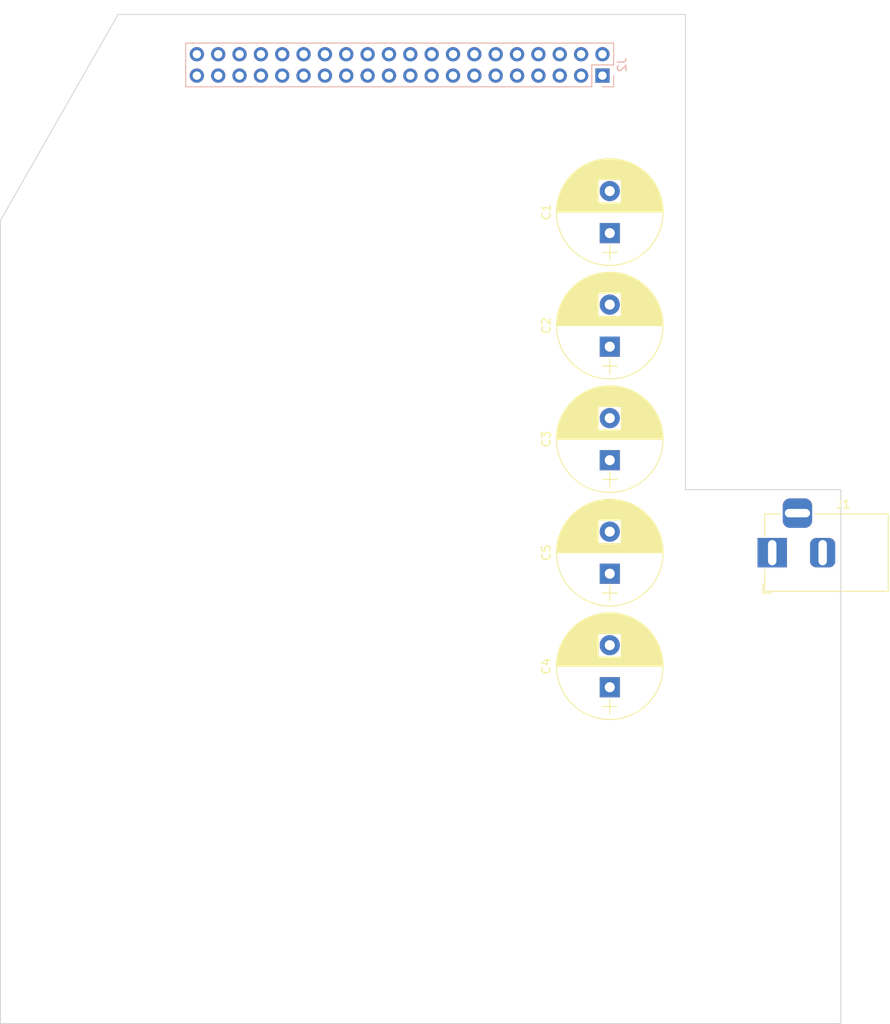
<source format=kicad_pcb>
(kicad_pcb (version 20171130) (host pcbnew "(5.1.6-0-10_14)")

  (general
    (thickness 1.6)
    (drawings 7)
    (tracks 0)
    (zones 0)
    (modules 7)
    (nets 1)
  )

  (page A4)
  (layers
    (0 F.Cu signal)
    (31 B.Cu signal)
    (32 B.Adhes user)
    (33 F.Adhes user)
    (34 B.Paste user)
    (35 F.Paste user)
    (36 B.SilkS user)
    (37 F.SilkS user)
    (38 B.Mask user)
    (39 F.Mask user)
    (40 Dwgs.User user)
    (41 Cmts.User user)
    (42 Eco1.User user)
    (43 Eco2.User user)
    (44 Edge.Cuts user)
    (45 Margin user)
    (46 B.CrtYd user)
    (47 F.CrtYd user)
    (48 B.Fab user)
    (49 F.Fab user hide)
  )

  (setup
    (last_trace_width 0.25)
    (user_trace_width 0.508)
    (user_trace_width 1.016)
    (trace_clearance 0.2)
    (zone_clearance 0.254)
    (zone_45_only no)
    (trace_min 0.2)
    (via_size 0.8)
    (via_drill 0.4)
    (via_min_size 0.4)
    (via_min_drill 0.3)
    (uvia_size 0.3)
    (uvia_drill 0.1)
    (uvias_allowed no)
    (uvia_min_size 0.2)
    (uvia_min_drill 0.1)
    (edge_width 0.1)
    (segment_width 0.2)
    (pcb_text_width 0.3)
    (pcb_text_size 1.5 1.5)
    (mod_edge_width 0.15)
    (mod_text_size 1 1)
    (mod_text_width 0.15)
    (pad_size 1.8 1.8)
    (pad_drill 0.9)
    (pad_to_mask_clearance 0)
    (aux_axis_origin 0 0)
    (grid_origin 0.5 0.5)
    (visible_elements FFFFFF7F)
    (pcbplotparams
      (layerselection 0x010fc_ffffffff)
      (usegerberextensions true)
      (usegerberattributes false)
      (usegerberadvancedattributes true)
      (creategerberjobfile true)
      (excludeedgelayer true)
      (linewidth 0.100000)
      (plotframeref false)
      (viasonmask false)
      (mode 1)
      (useauxorigin false)
      (hpglpennumber 1)
      (hpglpenspeed 20)
      (hpglpendiameter 15.000000)
      (psnegative false)
      (psa4output false)
      (plotreference true)
      (plotvalue true)
      (plotinvisibletext false)
      (padsonsilk false)
      (subtractmaskfromsilk false)
      (outputformat 1)
      (mirror false)
      (drillshape 0)
      (scaleselection 1)
      (outputdirectory ""))
  )

  (net 0 "")

  (net_class Default "This is the default net class."
    (clearance 0.2)
    (trace_width 0.25)
    (via_dia 0.8)
    (via_drill 0.4)
    (uvia_dia 0.3)
    (uvia_drill 0.1)
  )

  (module Connector_BarrelJack:BarrelJack_Horizontal (layer F.Cu) (tedit 5A1DBF6A) (tstamp 6123B4BA)
    (at 207.329 97 180)
    (descr "DC Barrel Jack")
    (tags "Power Jack")
    (path /612341BB)
    (fp_text reference J1 (at -8.45 5.75) (layer F.SilkS)
      (effects (font (size 1 1) (thickness 0.15)))
    )
    (fp_text value Barrel_Jack_Switch (at -6.2 -5.5) (layer F.Fab)
      (effects (font (size 1 1) (thickness 0.15)))
    )
    (fp_line (start 0 -4.5) (end -13.7 -4.5) (layer F.Fab) (width 0.1))
    (fp_line (start 0.8 4.5) (end 0.8 -3.75) (layer F.Fab) (width 0.1))
    (fp_line (start -13.7 4.5) (end 0.8 4.5) (layer F.Fab) (width 0.1))
    (fp_line (start -13.7 -4.5) (end -13.7 4.5) (layer F.Fab) (width 0.1))
    (fp_line (start -10.2 -4.5) (end -10.2 4.5) (layer F.Fab) (width 0.1))
    (fp_line (start 0.9 -4.6) (end 0.9 -2) (layer F.SilkS) (width 0.12))
    (fp_line (start -13.8 -4.6) (end 0.9 -4.6) (layer F.SilkS) (width 0.12))
    (fp_line (start 0.9 4.6) (end -1 4.6) (layer F.SilkS) (width 0.12))
    (fp_line (start 0.9 1.9) (end 0.9 4.6) (layer F.SilkS) (width 0.12))
    (fp_line (start -13.8 4.6) (end -13.8 -4.6) (layer F.SilkS) (width 0.12))
    (fp_line (start -5 4.6) (end -13.8 4.6) (layer F.SilkS) (width 0.12))
    (fp_line (start -14 4.75) (end -14 -4.75) (layer F.CrtYd) (width 0.05))
    (fp_line (start -5 4.75) (end -14 4.75) (layer F.CrtYd) (width 0.05))
    (fp_line (start -5 6.75) (end -5 4.75) (layer F.CrtYd) (width 0.05))
    (fp_line (start -1 6.75) (end -5 6.75) (layer F.CrtYd) (width 0.05))
    (fp_line (start -1 4.75) (end -1 6.75) (layer F.CrtYd) (width 0.05))
    (fp_line (start 1 4.75) (end -1 4.75) (layer F.CrtYd) (width 0.05))
    (fp_line (start 1 2) (end 1 4.75) (layer F.CrtYd) (width 0.05))
    (fp_line (start 2 2) (end 1 2) (layer F.CrtYd) (width 0.05))
    (fp_line (start 2 -2) (end 2 2) (layer F.CrtYd) (width 0.05))
    (fp_line (start 1 -2) (end 2 -2) (layer F.CrtYd) (width 0.05))
    (fp_line (start 1 -4.5) (end 1 -2) (layer F.CrtYd) (width 0.05))
    (fp_line (start 1 -4.75) (end -14 -4.75) (layer F.CrtYd) (width 0.05))
    (fp_line (start 1 -4.5) (end 1 -4.75) (layer F.CrtYd) (width 0.05))
    (fp_line (start 0.05 -4.8) (end 1.1 -4.8) (layer F.SilkS) (width 0.12))
    (fp_line (start 1.1 -3.75) (end 1.1 -4.8) (layer F.SilkS) (width 0.12))
    (fp_line (start -0.003213 -4.505425) (end 0.8 -3.75) (layer F.Fab) (width 0.1))
    (fp_text user %R (at -3 -2.95) (layer F.Fab)
      (effects (font (size 1 1) (thickness 0.15)))
    )
    (pad 1 thru_hole rect (at 0 0 180) (size 3.5 3.5) (drill oval 1 3) (layers *.Cu *.Mask))
    (pad 2 thru_hole roundrect (at -6 0 180) (size 3 3.5) (drill oval 1 3) (layers *.Cu *.Mask) (roundrect_rratio 0.25))
    (pad 3 thru_hole roundrect (at -3 4.7 180) (size 3.5 3.5) (drill oval 3 1) (layers *.Cu *.Mask) (roundrect_rratio 0.25))
    (model ${KISYS3DMOD}/Connector_BarrelJack.3dshapes/BarrelJack_Horizontal.wrl
      (at (xyz 0 0 0))
      (scale (xyz 1 1 1))
      (rotate (xyz 0 0 0))
    )
    (model :desktop:BarrelJack_CUI_PJ-102A.STEP
      (offset (xyz -6 0 0))
      (scale (xyz 1 1 1))
      (rotate (xyz -90 0 -90))
    )
  )

  (module Pin_Headers:Pin_Header_Straight_2x20_Pitch2.54mm (layer B.Cu) (tedit 59650533) (tstamp 61234EDF)
    (at 187.13 40.27 90)
    (descr "Through hole straight pin header, 2x20, 2.54mm pitch, double rows")
    (tags "Through hole pin header THT 2x20 2.54mm double row")
    (path /61237215)
    (fp_text reference J2 (at 1.27 2.33 -90) (layer B.SilkS)
      (effects (font (size 1 1) (thickness 0.15)) (justify mirror))
    )
    (fp_text value Conn_01x40_Female (at 1.27 -50.59 -90) (layer B.Fab)
      (effects (font (size 1 1) (thickness 0.15)) (justify mirror))
    )
    (fp_text user %R (at 1.27 -24.13) (layer B.Fab)
      (effects (font (size 1 1) (thickness 0.15)) (justify mirror))
    )
    (fp_line (start 0 1.27) (end 3.81 1.27) (layer B.Fab) (width 0.1))
    (fp_line (start 3.81 1.27) (end 3.81 -49.53) (layer B.Fab) (width 0.1))
    (fp_line (start 3.81 -49.53) (end -1.27 -49.53) (layer B.Fab) (width 0.1))
    (fp_line (start -1.27 -49.53) (end -1.27 0) (layer B.Fab) (width 0.1))
    (fp_line (start -1.27 0) (end 0 1.27) (layer B.Fab) (width 0.1))
    (fp_line (start -1.33 -49.59) (end 3.87 -49.59) (layer B.SilkS) (width 0.12))
    (fp_line (start -1.33 -1.27) (end -1.33 -49.59) (layer B.SilkS) (width 0.12))
    (fp_line (start 3.87 1.33) (end 3.87 -49.59) (layer B.SilkS) (width 0.12))
    (fp_line (start -1.33 -1.27) (end 1.27 -1.27) (layer B.SilkS) (width 0.12))
    (fp_line (start 1.27 -1.27) (end 1.27 1.33) (layer B.SilkS) (width 0.12))
    (fp_line (start 1.27 1.33) (end 3.87 1.33) (layer B.SilkS) (width 0.12))
    (fp_line (start -1.33 0) (end -1.33 1.33) (layer B.SilkS) (width 0.12))
    (fp_line (start -1.33 1.33) (end 0 1.33) (layer B.SilkS) (width 0.12))
    (fp_line (start -1.8 1.8) (end -1.8 -50.05) (layer B.CrtYd) (width 0.05))
    (fp_line (start -1.8 -50.05) (end 4.35 -50.05) (layer B.CrtYd) (width 0.05))
    (fp_line (start 4.35 -50.05) (end 4.35 1.8) (layer B.CrtYd) (width 0.05))
    (fp_line (start 4.35 1.8) (end -1.8 1.8) (layer B.CrtYd) (width 0.05))
    (pad 40 thru_hole oval (at 2.54 -48.26 90) (size 1.7 1.7) (drill 1) (layers *.Cu *.Mask))
    (pad 39 thru_hole oval (at 0 -48.26 90) (size 1.7 1.7) (drill 1) (layers *.Cu *.Mask))
    (pad 38 thru_hole oval (at 2.54 -45.72 90) (size 1.7 1.7) (drill 1) (layers *.Cu *.Mask))
    (pad 37 thru_hole oval (at 0 -45.72 90) (size 1.7 1.7) (drill 1) (layers *.Cu *.Mask))
    (pad 36 thru_hole oval (at 2.54 -43.18 90) (size 1.7 1.7) (drill 1) (layers *.Cu *.Mask))
    (pad 35 thru_hole oval (at 0 -43.18 90) (size 1.7 1.7) (drill 1) (layers *.Cu *.Mask))
    (pad 34 thru_hole oval (at 2.54 -40.64 90) (size 1.7 1.7) (drill 1) (layers *.Cu *.Mask))
    (pad 33 thru_hole oval (at 0 -40.64 90) (size 1.7 1.7) (drill 1) (layers *.Cu *.Mask))
    (pad 32 thru_hole oval (at 2.54 -38.1 90) (size 1.7 1.7) (drill 1) (layers *.Cu *.Mask))
    (pad 31 thru_hole oval (at 0 -38.1 90) (size 1.7 1.7) (drill 1) (layers *.Cu *.Mask))
    (pad 30 thru_hole oval (at 2.54 -35.56 90) (size 1.7 1.7) (drill 1) (layers *.Cu *.Mask))
    (pad 29 thru_hole oval (at 0 -35.56 90) (size 1.7 1.7) (drill 1) (layers *.Cu *.Mask))
    (pad 28 thru_hole oval (at 2.54 -33.02 90) (size 1.7 1.7) (drill 1) (layers *.Cu *.Mask))
    (pad 27 thru_hole oval (at 0 -33.02 90) (size 1.7 1.7) (drill 1) (layers *.Cu *.Mask))
    (pad 26 thru_hole oval (at 2.54 -30.48 90) (size 1.7 1.7) (drill 1) (layers *.Cu *.Mask))
    (pad 25 thru_hole oval (at 0 -30.48 90) (size 1.7 1.7) (drill 1) (layers *.Cu *.Mask))
    (pad 24 thru_hole oval (at 2.54 -27.94 90) (size 1.7 1.7) (drill 1) (layers *.Cu *.Mask))
    (pad 23 thru_hole oval (at 0 -27.94 90) (size 1.7 1.7) (drill 1) (layers *.Cu *.Mask))
    (pad 22 thru_hole oval (at 2.54 -25.4 90) (size 1.7 1.7) (drill 1) (layers *.Cu *.Mask))
    (pad 21 thru_hole oval (at 0 -25.4 90) (size 1.7 1.7) (drill 1) (layers *.Cu *.Mask))
    (pad 20 thru_hole oval (at 2.54 -22.86 90) (size 1.7 1.7) (drill 1) (layers *.Cu *.Mask))
    (pad 19 thru_hole oval (at 0 -22.86 90) (size 1.7 1.7) (drill 1) (layers *.Cu *.Mask))
    (pad 18 thru_hole oval (at 2.54 -20.32 90) (size 1.7 1.7) (drill 1) (layers *.Cu *.Mask))
    (pad 17 thru_hole oval (at 0 -20.32 90) (size 1.7 1.7) (drill 1) (layers *.Cu *.Mask))
    (pad 16 thru_hole oval (at 2.54 -17.78 90) (size 1.7 1.7) (drill 1) (layers *.Cu *.Mask))
    (pad 15 thru_hole oval (at 0 -17.78 90) (size 1.7 1.7) (drill 1) (layers *.Cu *.Mask))
    (pad 14 thru_hole oval (at 2.54 -15.24 90) (size 1.7 1.7) (drill 1) (layers *.Cu *.Mask))
    (pad 13 thru_hole oval (at 0 -15.24 90) (size 1.7 1.7) (drill 1) (layers *.Cu *.Mask))
    (pad 12 thru_hole oval (at 2.54 -12.7 90) (size 1.7 1.7) (drill 1) (layers *.Cu *.Mask))
    (pad 11 thru_hole oval (at 0 -12.7 90) (size 1.7 1.7) (drill 1) (layers *.Cu *.Mask))
    (pad 10 thru_hole oval (at 2.54 -10.16 90) (size 1.7 1.7) (drill 1) (layers *.Cu *.Mask))
    (pad 9 thru_hole oval (at 0 -10.16 90) (size 1.7 1.7) (drill 1) (layers *.Cu *.Mask))
    (pad 8 thru_hole oval (at 2.54 -7.62 90) (size 1.7 1.7) (drill 1) (layers *.Cu *.Mask))
    (pad 7 thru_hole oval (at 0 -7.62 90) (size 1.7 1.7) (drill 1) (layers *.Cu *.Mask))
    (pad 6 thru_hole oval (at 2.54 -5.08 90) (size 1.7 1.7) (drill 1) (layers *.Cu *.Mask))
    (pad 5 thru_hole oval (at 0 -5.08 90) (size 1.7 1.7) (drill 1) (layers *.Cu *.Mask))
    (pad 4 thru_hole oval (at 2.54 -2.54 90) (size 1.7 1.7) (drill 1) (layers *.Cu *.Mask))
    (pad 3 thru_hole oval (at 0 -2.54 90) (size 1.7 1.7) (drill 1) (layers *.Cu *.Mask))
    (pad 2 thru_hole oval (at 2.54 0 90) (size 1.7 1.7) (drill 1) (layers *.Cu *.Mask))
    (pad 1 thru_hole rect (at 0 0 90) (size 1.7 1.7) (drill 1) (layers *.Cu *.Mask))
    (model ${KISYS3DMOD}/Pin_Headers.3dshapes/Pin_Header_Straight_2x20_Pitch2.54mm.wrl
      (at (xyz 0 0 0))
      (scale (xyz 1 1 1))
      (rotate (xyz 0 0 0))
    )
    (model :kicad-packages3D:Connector_PinSocket_2.54mm.3dshapes/PinSocket_2x20_P2.54mm_Vertical.step
      (offset (xyz 2.54 0 0))
      (scale (xyz 1 1 1))
      (rotate (xyz 0 0 0))
    )
  )

  (module Capacitors_ThroughHole:CP_Radial_D12.5mm_P5.00mm (layer F.Cu) (tedit 597BC7C2) (tstamp 6123BAC0)
    (at 188 59 90)
    (descr "CP, Radial series, Radial, pin pitch=5.00mm, , diameter=12.5mm, Electrolytic Capacitor")
    (tags "CP Radial series Radial pin pitch 5.00mm  diameter 12.5mm Electrolytic Capacitor")
    (path /61242414)
    (fp_text reference C1 (at 2.5 -7.56 90) (layer F.SilkS)
      (effects (font (size 1 1) (thickness 0.15)))
    )
    (fp_text value CP (at 2.5 7.56 90) (layer F.Fab)
      (effects (font (size 1 1) (thickness 0.15)))
    )
    (fp_text user %R (at 2.5 0 90) (layer F.Fab)
      (effects (font (size 1 1) (thickness 0.15)))
    )
    (fp_circle (center 2.5 0) (end 8.75 0) (layer F.Fab) (width 0.1))
    (fp_circle (center 2.5 0) (end 8.84 0) (layer F.SilkS) (width 0.12))
    (fp_line (start -3.2 0) (end -1.4 0) (layer F.Fab) (width 0.1))
    (fp_line (start -2.3 -0.9) (end -2.3 0.9) (layer F.Fab) (width 0.1))
    (fp_line (start 2.5 -6.3) (end 2.5 6.3) (layer F.SilkS) (width 0.12))
    (fp_line (start 2.54 -6.3) (end 2.54 6.3) (layer F.SilkS) (width 0.12))
    (fp_line (start 2.58 -6.3) (end 2.58 6.3) (layer F.SilkS) (width 0.12))
    (fp_line (start 2.62 -6.299) (end 2.62 6.299) (layer F.SilkS) (width 0.12))
    (fp_line (start 2.66 -6.298) (end 2.66 6.298) (layer F.SilkS) (width 0.12))
    (fp_line (start 2.7 -6.297) (end 2.7 6.297) (layer F.SilkS) (width 0.12))
    (fp_line (start 2.74 -6.296) (end 2.74 6.296) (layer F.SilkS) (width 0.12))
    (fp_line (start 2.78 -6.294) (end 2.78 6.294) (layer F.SilkS) (width 0.12))
    (fp_line (start 2.82 -6.292) (end 2.82 6.292) (layer F.SilkS) (width 0.12))
    (fp_line (start 2.86 -6.29) (end 2.86 6.29) (layer F.SilkS) (width 0.12))
    (fp_line (start 2.9 -6.288) (end 2.9 6.288) (layer F.SilkS) (width 0.12))
    (fp_line (start 2.94 -6.285) (end 2.94 6.285) (layer F.SilkS) (width 0.12))
    (fp_line (start 2.98 -6.282) (end 2.98 6.282) (layer F.SilkS) (width 0.12))
    (fp_line (start 3.02 -6.279) (end 3.02 6.279) (layer F.SilkS) (width 0.12))
    (fp_line (start 3.06 -6.276) (end 3.06 6.276) (layer F.SilkS) (width 0.12))
    (fp_line (start 3.1 -6.272) (end 3.1 6.272) (layer F.SilkS) (width 0.12))
    (fp_line (start 3.14 -6.268) (end 3.14 6.268) (layer F.SilkS) (width 0.12))
    (fp_line (start 3.18 -6.264) (end 3.18 6.264) (layer F.SilkS) (width 0.12))
    (fp_line (start 3.221 -6.259) (end 3.221 6.259) (layer F.SilkS) (width 0.12))
    (fp_line (start 3.261 -6.255) (end 3.261 6.255) (layer F.SilkS) (width 0.12))
    (fp_line (start 3.301 -6.25) (end 3.301 6.25) (layer F.SilkS) (width 0.12))
    (fp_line (start 3.341 -6.245) (end 3.341 6.245) (layer F.SilkS) (width 0.12))
    (fp_line (start 3.381 -6.239) (end 3.381 6.239) (layer F.SilkS) (width 0.12))
    (fp_line (start 3.421 -6.233) (end 3.421 6.233) (layer F.SilkS) (width 0.12))
    (fp_line (start 3.461 -6.227) (end 3.461 6.227) (layer F.SilkS) (width 0.12))
    (fp_line (start 3.501 -6.221) (end 3.501 6.221) (layer F.SilkS) (width 0.12))
    (fp_line (start 3.541 -6.215) (end 3.541 6.215) (layer F.SilkS) (width 0.12))
    (fp_line (start 3.581 -6.208) (end 3.581 6.208) (layer F.SilkS) (width 0.12))
    (fp_line (start 3.621 -6.201) (end 3.621 -1.38) (layer F.SilkS) (width 0.12))
    (fp_line (start 3.621 1.38) (end 3.621 6.201) (layer F.SilkS) (width 0.12))
    (fp_line (start 3.661 -6.193) (end 3.661 -1.38) (layer F.SilkS) (width 0.12))
    (fp_line (start 3.661 1.38) (end 3.661 6.193) (layer F.SilkS) (width 0.12))
    (fp_line (start 3.701 -6.186) (end 3.701 -1.38) (layer F.SilkS) (width 0.12))
    (fp_line (start 3.701 1.38) (end 3.701 6.186) (layer F.SilkS) (width 0.12))
    (fp_line (start 3.741 -6.178) (end 3.741 -1.38) (layer F.SilkS) (width 0.12))
    (fp_line (start 3.741 1.38) (end 3.741 6.178) (layer F.SilkS) (width 0.12))
    (fp_line (start 3.781 -6.17) (end 3.781 -1.38) (layer F.SilkS) (width 0.12))
    (fp_line (start 3.781 1.38) (end 3.781 6.17) (layer F.SilkS) (width 0.12))
    (fp_line (start 3.821 -6.162) (end 3.821 -1.38) (layer F.SilkS) (width 0.12))
    (fp_line (start 3.821 1.38) (end 3.821 6.162) (layer F.SilkS) (width 0.12))
    (fp_line (start 3.861 -6.153) (end 3.861 -1.38) (layer F.SilkS) (width 0.12))
    (fp_line (start 3.861 1.38) (end 3.861 6.153) (layer F.SilkS) (width 0.12))
    (fp_line (start 3.901 -6.144) (end 3.901 -1.38) (layer F.SilkS) (width 0.12))
    (fp_line (start 3.901 1.38) (end 3.901 6.144) (layer F.SilkS) (width 0.12))
    (fp_line (start 3.941 -6.135) (end 3.941 -1.38) (layer F.SilkS) (width 0.12))
    (fp_line (start 3.941 1.38) (end 3.941 6.135) (layer F.SilkS) (width 0.12))
    (fp_line (start 3.981 -6.125) (end 3.981 -1.38) (layer F.SilkS) (width 0.12))
    (fp_line (start 3.981 1.38) (end 3.981 6.125) (layer F.SilkS) (width 0.12))
    (fp_line (start 4.021 -6.116) (end 4.021 -1.38) (layer F.SilkS) (width 0.12))
    (fp_line (start 4.021 1.38) (end 4.021 6.116) (layer F.SilkS) (width 0.12))
    (fp_line (start 4.061 -6.106) (end 4.061 -1.38) (layer F.SilkS) (width 0.12))
    (fp_line (start 4.061 1.38) (end 4.061 6.106) (layer F.SilkS) (width 0.12))
    (fp_line (start 4.101 -6.095) (end 4.101 -1.38) (layer F.SilkS) (width 0.12))
    (fp_line (start 4.101 1.38) (end 4.101 6.095) (layer F.SilkS) (width 0.12))
    (fp_line (start 4.141 -6.085) (end 4.141 -1.38) (layer F.SilkS) (width 0.12))
    (fp_line (start 4.141 1.38) (end 4.141 6.085) (layer F.SilkS) (width 0.12))
    (fp_line (start 4.181 -6.074) (end 4.181 -1.38) (layer F.SilkS) (width 0.12))
    (fp_line (start 4.181 1.38) (end 4.181 6.074) (layer F.SilkS) (width 0.12))
    (fp_line (start 4.221 -6.063) (end 4.221 -1.38) (layer F.SilkS) (width 0.12))
    (fp_line (start 4.221 1.38) (end 4.221 6.063) (layer F.SilkS) (width 0.12))
    (fp_line (start 4.261 -6.051) (end 4.261 -1.38) (layer F.SilkS) (width 0.12))
    (fp_line (start 4.261 1.38) (end 4.261 6.051) (layer F.SilkS) (width 0.12))
    (fp_line (start 4.301 -6.04) (end 4.301 -1.38) (layer F.SilkS) (width 0.12))
    (fp_line (start 4.301 1.38) (end 4.301 6.04) (layer F.SilkS) (width 0.12))
    (fp_line (start 4.341 -6.028) (end 4.341 -1.38) (layer F.SilkS) (width 0.12))
    (fp_line (start 4.341 1.38) (end 4.341 6.028) (layer F.SilkS) (width 0.12))
    (fp_line (start 4.381 -6.015) (end 4.381 -1.38) (layer F.SilkS) (width 0.12))
    (fp_line (start 4.381 1.38) (end 4.381 6.015) (layer F.SilkS) (width 0.12))
    (fp_line (start 4.421 -6.003) (end 4.421 -1.38) (layer F.SilkS) (width 0.12))
    (fp_line (start 4.421 1.38) (end 4.421 6.003) (layer F.SilkS) (width 0.12))
    (fp_line (start 4.461 -5.99) (end 4.461 -1.38) (layer F.SilkS) (width 0.12))
    (fp_line (start 4.461 1.38) (end 4.461 5.99) (layer F.SilkS) (width 0.12))
    (fp_line (start 4.501 -5.977) (end 4.501 -1.38) (layer F.SilkS) (width 0.12))
    (fp_line (start 4.501 1.38) (end 4.501 5.977) (layer F.SilkS) (width 0.12))
    (fp_line (start 4.541 -5.963) (end 4.541 -1.38) (layer F.SilkS) (width 0.12))
    (fp_line (start 4.541 1.38) (end 4.541 5.963) (layer F.SilkS) (width 0.12))
    (fp_line (start 4.581 -5.95) (end 4.581 -1.38) (layer F.SilkS) (width 0.12))
    (fp_line (start 4.581 1.38) (end 4.581 5.95) (layer F.SilkS) (width 0.12))
    (fp_line (start 4.621 -5.936) (end 4.621 -1.38) (layer F.SilkS) (width 0.12))
    (fp_line (start 4.621 1.38) (end 4.621 5.936) (layer F.SilkS) (width 0.12))
    (fp_line (start 4.661 -5.921) (end 4.661 -1.38) (layer F.SilkS) (width 0.12))
    (fp_line (start 4.661 1.38) (end 4.661 5.921) (layer F.SilkS) (width 0.12))
    (fp_line (start 4.701 -5.907) (end 4.701 -1.38) (layer F.SilkS) (width 0.12))
    (fp_line (start 4.701 1.38) (end 4.701 5.907) (layer F.SilkS) (width 0.12))
    (fp_line (start 4.741 -5.892) (end 4.741 -1.38) (layer F.SilkS) (width 0.12))
    (fp_line (start 4.741 1.38) (end 4.741 5.892) (layer F.SilkS) (width 0.12))
    (fp_line (start 4.781 -5.876) (end 4.781 -1.38) (layer F.SilkS) (width 0.12))
    (fp_line (start 4.781 1.38) (end 4.781 5.876) (layer F.SilkS) (width 0.12))
    (fp_line (start 4.821 -5.861) (end 4.821 -1.38) (layer F.SilkS) (width 0.12))
    (fp_line (start 4.821 1.38) (end 4.821 5.861) (layer F.SilkS) (width 0.12))
    (fp_line (start 4.861 -5.845) (end 4.861 -1.38) (layer F.SilkS) (width 0.12))
    (fp_line (start 4.861 1.38) (end 4.861 5.845) (layer F.SilkS) (width 0.12))
    (fp_line (start 4.901 -5.829) (end 4.901 -1.38) (layer F.SilkS) (width 0.12))
    (fp_line (start 4.901 1.38) (end 4.901 5.829) (layer F.SilkS) (width 0.12))
    (fp_line (start 4.941 -5.812) (end 4.941 -1.38) (layer F.SilkS) (width 0.12))
    (fp_line (start 4.941 1.38) (end 4.941 5.812) (layer F.SilkS) (width 0.12))
    (fp_line (start 4.981 -5.795) (end 4.981 -1.38) (layer F.SilkS) (width 0.12))
    (fp_line (start 4.981 1.38) (end 4.981 5.795) (layer F.SilkS) (width 0.12))
    (fp_line (start 5.021 -5.778) (end 5.021 -1.38) (layer F.SilkS) (width 0.12))
    (fp_line (start 5.021 1.38) (end 5.021 5.778) (layer F.SilkS) (width 0.12))
    (fp_line (start 5.061 -5.761) (end 5.061 -1.38) (layer F.SilkS) (width 0.12))
    (fp_line (start 5.061 1.38) (end 5.061 5.761) (layer F.SilkS) (width 0.12))
    (fp_line (start 5.101 -5.743) (end 5.101 -1.38) (layer F.SilkS) (width 0.12))
    (fp_line (start 5.101 1.38) (end 5.101 5.743) (layer F.SilkS) (width 0.12))
    (fp_line (start 5.141 -5.725) (end 5.141 -1.38) (layer F.SilkS) (width 0.12))
    (fp_line (start 5.141 1.38) (end 5.141 5.725) (layer F.SilkS) (width 0.12))
    (fp_line (start 5.181 -5.706) (end 5.181 -1.38) (layer F.SilkS) (width 0.12))
    (fp_line (start 5.181 1.38) (end 5.181 5.706) (layer F.SilkS) (width 0.12))
    (fp_line (start 5.221 -5.687) (end 5.221 -1.38) (layer F.SilkS) (width 0.12))
    (fp_line (start 5.221 1.38) (end 5.221 5.687) (layer F.SilkS) (width 0.12))
    (fp_line (start 5.261 -5.668) (end 5.261 -1.38) (layer F.SilkS) (width 0.12))
    (fp_line (start 5.261 1.38) (end 5.261 5.668) (layer F.SilkS) (width 0.12))
    (fp_line (start 5.301 -5.649) (end 5.301 -1.38) (layer F.SilkS) (width 0.12))
    (fp_line (start 5.301 1.38) (end 5.301 5.649) (layer F.SilkS) (width 0.12))
    (fp_line (start 5.341 -5.629) (end 5.341 -1.38) (layer F.SilkS) (width 0.12))
    (fp_line (start 5.341 1.38) (end 5.341 5.629) (layer F.SilkS) (width 0.12))
    (fp_line (start 5.381 -5.609) (end 5.381 -1.38) (layer F.SilkS) (width 0.12))
    (fp_line (start 5.381 1.38) (end 5.381 5.609) (layer F.SilkS) (width 0.12))
    (fp_line (start 5.421 -5.588) (end 5.421 -1.38) (layer F.SilkS) (width 0.12))
    (fp_line (start 5.421 1.38) (end 5.421 5.588) (layer F.SilkS) (width 0.12))
    (fp_line (start 5.461 -5.567) (end 5.461 -1.38) (layer F.SilkS) (width 0.12))
    (fp_line (start 5.461 1.38) (end 5.461 5.567) (layer F.SilkS) (width 0.12))
    (fp_line (start 5.501 -5.546) (end 5.501 -1.38) (layer F.SilkS) (width 0.12))
    (fp_line (start 5.501 1.38) (end 5.501 5.546) (layer F.SilkS) (width 0.12))
    (fp_line (start 5.541 -5.524) (end 5.541 -1.38) (layer F.SilkS) (width 0.12))
    (fp_line (start 5.541 1.38) (end 5.541 5.524) (layer F.SilkS) (width 0.12))
    (fp_line (start 5.581 -5.502) (end 5.581 -1.38) (layer F.SilkS) (width 0.12))
    (fp_line (start 5.581 1.38) (end 5.581 5.502) (layer F.SilkS) (width 0.12))
    (fp_line (start 5.621 -5.48) (end 5.621 -1.38) (layer F.SilkS) (width 0.12))
    (fp_line (start 5.621 1.38) (end 5.621 5.48) (layer F.SilkS) (width 0.12))
    (fp_line (start 5.661 -5.457) (end 5.661 -1.38) (layer F.SilkS) (width 0.12))
    (fp_line (start 5.661 1.38) (end 5.661 5.457) (layer F.SilkS) (width 0.12))
    (fp_line (start 5.701 -5.434) (end 5.701 -1.38) (layer F.SilkS) (width 0.12))
    (fp_line (start 5.701 1.38) (end 5.701 5.434) (layer F.SilkS) (width 0.12))
    (fp_line (start 5.741 -5.41) (end 5.741 -1.38) (layer F.SilkS) (width 0.12))
    (fp_line (start 5.741 1.38) (end 5.741 5.41) (layer F.SilkS) (width 0.12))
    (fp_line (start 5.781 -5.386) (end 5.781 -1.38) (layer F.SilkS) (width 0.12))
    (fp_line (start 5.781 1.38) (end 5.781 5.386) (layer F.SilkS) (width 0.12))
    (fp_line (start 5.821 -5.362) (end 5.821 -1.38) (layer F.SilkS) (width 0.12))
    (fp_line (start 5.821 1.38) (end 5.821 5.362) (layer F.SilkS) (width 0.12))
    (fp_line (start 5.861 -5.337) (end 5.861 -1.38) (layer F.SilkS) (width 0.12))
    (fp_line (start 5.861 1.38) (end 5.861 5.337) (layer F.SilkS) (width 0.12))
    (fp_line (start 5.901 -5.312) (end 5.901 -1.38) (layer F.SilkS) (width 0.12))
    (fp_line (start 5.901 1.38) (end 5.901 5.312) (layer F.SilkS) (width 0.12))
    (fp_line (start 5.941 -5.286) (end 5.941 -1.38) (layer F.SilkS) (width 0.12))
    (fp_line (start 5.941 1.38) (end 5.941 5.286) (layer F.SilkS) (width 0.12))
    (fp_line (start 5.981 -5.26) (end 5.981 -1.38) (layer F.SilkS) (width 0.12))
    (fp_line (start 5.981 1.38) (end 5.981 5.26) (layer F.SilkS) (width 0.12))
    (fp_line (start 6.021 -5.234) (end 6.021 -1.38) (layer F.SilkS) (width 0.12))
    (fp_line (start 6.021 1.38) (end 6.021 5.234) (layer F.SilkS) (width 0.12))
    (fp_line (start 6.061 -5.207) (end 6.061 -1.38) (layer F.SilkS) (width 0.12))
    (fp_line (start 6.061 1.38) (end 6.061 5.207) (layer F.SilkS) (width 0.12))
    (fp_line (start 6.101 -5.179) (end 6.101 -1.38) (layer F.SilkS) (width 0.12))
    (fp_line (start 6.101 1.38) (end 6.101 5.179) (layer F.SilkS) (width 0.12))
    (fp_line (start 6.141 -5.151) (end 6.141 -1.38) (layer F.SilkS) (width 0.12))
    (fp_line (start 6.141 1.38) (end 6.141 5.151) (layer F.SilkS) (width 0.12))
    (fp_line (start 6.181 -5.123) (end 6.181 -1.38) (layer F.SilkS) (width 0.12))
    (fp_line (start 6.181 1.38) (end 6.181 5.123) (layer F.SilkS) (width 0.12))
    (fp_line (start 6.221 -5.094) (end 6.221 -1.38) (layer F.SilkS) (width 0.12))
    (fp_line (start 6.221 1.38) (end 6.221 5.094) (layer F.SilkS) (width 0.12))
    (fp_line (start 6.261 -5.065) (end 6.261 -1.38) (layer F.SilkS) (width 0.12))
    (fp_line (start 6.261 1.38) (end 6.261 5.065) (layer F.SilkS) (width 0.12))
    (fp_line (start 6.301 -5.035) (end 6.301 -1.38) (layer F.SilkS) (width 0.12))
    (fp_line (start 6.301 1.38) (end 6.301 5.035) (layer F.SilkS) (width 0.12))
    (fp_line (start 6.341 -5.005) (end 6.341 -1.38) (layer F.SilkS) (width 0.12))
    (fp_line (start 6.341 1.38) (end 6.341 5.005) (layer F.SilkS) (width 0.12))
    (fp_line (start 6.381 -4.975) (end 6.381 4.975) (layer F.SilkS) (width 0.12))
    (fp_line (start 6.421 -4.943) (end 6.421 4.943) (layer F.SilkS) (width 0.12))
    (fp_line (start 6.461 -4.912) (end 6.461 4.912) (layer F.SilkS) (width 0.12))
    (fp_line (start 6.501 -4.879) (end 6.501 4.879) (layer F.SilkS) (width 0.12))
    (fp_line (start 6.541 -4.847) (end 6.541 4.847) (layer F.SilkS) (width 0.12))
    (fp_line (start 6.581 -4.813) (end 6.581 4.813) (layer F.SilkS) (width 0.12))
    (fp_line (start 6.621 -4.779) (end 6.621 4.779) (layer F.SilkS) (width 0.12))
    (fp_line (start 6.661 -4.745) (end 6.661 4.745) (layer F.SilkS) (width 0.12))
    (fp_line (start 6.701 -4.71) (end 6.701 4.71) (layer F.SilkS) (width 0.12))
    (fp_line (start 6.741 -4.674) (end 6.741 4.674) (layer F.SilkS) (width 0.12))
    (fp_line (start 6.781 -4.638) (end 6.781 4.638) (layer F.SilkS) (width 0.12))
    (fp_line (start 6.821 -4.601) (end 6.821 4.601) (layer F.SilkS) (width 0.12))
    (fp_line (start 6.861 -4.563) (end 6.861 4.563) (layer F.SilkS) (width 0.12))
    (fp_line (start 6.901 -4.525) (end 6.901 4.525) (layer F.SilkS) (width 0.12))
    (fp_line (start 6.941 -4.486) (end 6.941 4.486) (layer F.SilkS) (width 0.12))
    (fp_line (start 6.981 -4.447) (end 6.981 4.447) (layer F.SilkS) (width 0.12))
    (fp_line (start 7.021 -4.406) (end 7.021 4.406) (layer F.SilkS) (width 0.12))
    (fp_line (start 7.061 -4.365) (end 7.061 4.365) (layer F.SilkS) (width 0.12))
    (fp_line (start 7.101 -4.323) (end 7.101 4.323) (layer F.SilkS) (width 0.12))
    (fp_line (start 7.141 -4.281) (end 7.141 4.281) (layer F.SilkS) (width 0.12))
    (fp_line (start 7.181 -4.238) (end 7.181 4.238) (layer F.SilkS) (width 0.12))
    (fp_line (start 7.221 -4.193) (end 7.221 4.193) (layer F.SilkS) (width 0.12))
    (fp_line (start 7.261 -4.148) (end 7.261 4.148) (layer F.SilkS) (width 0.12))
    (fp_line (start 7.301 -4.102) (end 7.301 4.102) (layer F.SilkS) (width 0.12))
    (fp_line (start 7.341 -4.056) (end 7.341 4.056) (layer F.SilkS) (width 0.12))
    (fp_line (start 7.381 -4.008) (end 7.381 4.008) (layer F.SilkS) (width 0.12))
    (fp_line (start 7.421 -3.959) (end 7.421 3.959) (layer F.SilkS) (width 0.12))
    (fp_line (start 7.461 -3.909) (end 7.461 3.909) (layer F.SilkS) (width 0.12))
    (fp_line (start 7.501 -3.859) (end 7.501 3.859) (layer F.SilkS) (width 0.12))
    (fp_line (start 7.541 -3.807) (end 7.541 3.807) (layer F.SilkS) (width 0.12))
    (fp_line (start 7.581 -3.754) (end 7.581 3.754) (layer F.SilkS) (width 0.12))
    (fp_line (start 7.621 -3.7) (end 7.621 3.7) (layer F.SilkS) (width 0.12))
    (fp_line (start 7.661 -3.644) (end 7.661 3.644) (layer F.SilkS) (width 0.12))
    (fp_line (start 7.701 -3.588) (end 7.701 3.588) (layer F.SilkS) (width 0.12))
    (fp_line (start 7.741 -3.53) (end 7.741 3.53) (layer F.SilkS) (width 0.12))
    (fp_line (start 7.781 -3.47) (end 7.781 3.47) (layer F.SilkS) (width 0.12))
    (fp_line (start 7.821 -3.409) (end 7.821 3.409) (layer F.SilkS) (width 0.12))
    (fp_line (start 7.861 -3.347) (end 7.861 3.347) (layer F.SilkS) (width 0.12))
    (fp_line (start 7.901 -3.282) (end 7.901 3.282) (layer F.SilkS) (width 0.12))
    (fp_line (start 7.941 -3.217) (end 7.941 3.217) (layer F.SilkS) (width 0.12))
    (fp_line (start 7.981 -3.149) (end 7.981 3.149) (layer F.SilkS) (width 0.12))
    (fp_line (start 8.021 -3.079) (end 8.021 3.079) (layer F.SilkS) (width 0.12))
    (fp_line (start 8.061 -3.007) (end 8.061 3.007) (layer F.SilkS) (width 0.12))
    (fp_line (start 8.101 -2.933) (end 8.101 2.933) (layer F.SilkS) (width 0.12))
    (fp_line (start 8.141 -2.856) (end 8.141 2.856) (layer F.SilkS) (width 0.12))
    (fp_line (start 8.181 -2.777) (end 8.181 2.777) (layer F.SilkS) (width 0.12))
    (fp_line (start 8.221 -2.695) (end 8.221 2.695) (layer F.SilkS) (width 0.12))
    (fp_line (start 8.261 -2.61) (end 8.261 2.61) (layer F.SilkS) (width 0.12))
    (fp_line (start 8.301 -2.521) (end 8.301 2.521) (layer F.SilkS) (width 0.12))
    (fp_line (start 8.341 -2.428) (end 8.341 2.428) (layer F.SilkS) (width 0.12))
    (fp_line (start 8.381 -2.331) (end 8.381 2.331) (layer F.SilkS) (width 0.12))
    (fp_line (start 8.421 -2.23) (end 8.421 2.23) (layer F.SilkS) (width 0.12))
    (fp_line (start 8.461 -2.122) (end 8.461 2.122) (layer F.SilkS) (width 0.12))
    (fp_line (start 8.501 -2.009) (end 8.501 2.009) (layer F.SilkS) (width 0.12))
    (fp_line (start 8.541 -1.888) (end 8.541 1.888) (layer F.SilkS) (width 0.12))
    (fp_line (start 8.581 -1.757) (end 8.581 1.757) (layer F.SilkS) (width 0.12))
    (fp_line (start 8.621 -1.616) (end 8.621 1.616) (layer F.SilkS) (width 0.12))
    (fp_line (start 8.661 -1.46) (end 8.661 1.46) (layer F.SilkS) (width 0.12))
    (fp_line (start 8.701 -1.285) (end 8.701 1.285) (layer F.SilkS) (width 0.12))
    (fp_line (start 8.741 -1.082) (end 8.741 1.082) (layer F.SilkS) (width 0.12))
    (fp_line (start 8.781 -0.831) (end 8.781 0.831) (layer F.SilkS) (width 0.12))
    (fp_line (start 8.821 -0.464) (end 8.821 0.464) (layer F.SilkS) (width 0.12))
    (fp_line (start -3.2 0) (end -1.4 0) (layer F.SilkS) (width 0.12))
    (fp_line (start -2.3 -0.9) (end -2.3 0.9) (layer F.SilkS) (width 0.12))
    (fp_line (start -4.1 -6.6) (end -4.1 6.6) (layer F.CrtYd) (width 0.05))
    (fp_line (start -4.1 6.6) (end 9.1 6.6) (layer F.CrtYd) (width 0.05))
    (fp_line (start 9.1 6.6) (end 9.1 -6.6) (layer F.CrtYd) (width 0.05))
    (fp_line (start 9.1 -6.6) (end -4.1 -6.6) (layer F.CrtYd) (width 0.05))
    (pad 2 thru_hole circle (at 5 0 90) (size 2.4 2.4) (drill 1.2) (layers *.Cu *.Mask))
    (pad 1 thru_hole rect (at 0 0 90) (size 2.4 2.4) (drill 1.2) (layers *.Cu *.Mask))
    (model ${KISYS3DMOD}/Capacitors_THT.3dshapes/CP_Radial_D12.5mm_P5.00mm.wrl
      (at (xyz 0 0 0))
      (scale (xyz 1 1 1))
      (rotate (xyz 0 0 0))
    )
    (model :desktop:SuperCap_D12.5mm_P5.00mm_L34mm.step
      (offset (xyz 0 0 -8))
      (scale (xyz 1 1 1))
      (rotate (xyz 0 0 0))
    )
  )

  (module Capacitors_ThroughHole:CP_Radial_D12.5mm_P5.00mm (layer F.Cu) (tedit 597BC7C2) (tstamp 6123C630)
    (at 188 72.5 90)
    (descr "CP, Radial series, Radial, pin pitch=5.00mm, , diameter=12.5mm, Electrolytic Capacitor")
    (tags "CP Radial series Radial pin pitch 5.00mm  diameter 12.5mm Electrolytic Capacitor")
    (path /61242962)
    (fp_text reference C2 (at 2.5 -7.56 90) (layer F.SilkS)
      (effects (font (size 1 1) (thickness 0.15)))
    )
    (fp_text value CP (at 2.5 7.56 90) (layer F.Fab)
      (effects (font (size 1 1) (thickness 0.15)))
    )
    (fp_line (start 9.1 -6.6) (end -4.1 -6.6) (layer F.CrtYd) (width 0.05))
    (fp_line (start 9.1 6.6) (end 9.1 -6.6) (layer F.CrtYd) (width 0.05))
    (fp_line (start -4.1 6.6) (end 9.1 6.6) (layer F.CrtYd) (width 0.05))
    (fp_line (start -4.1 -6.6) (end -4.1 6.6) (layer F.CrtYd) (width 0.05))
    (fp_line (start -2.3 -0.9) (end -2.3 0.9) (layer F.SilkS) (width 0.12))
    (fp_line (start -3.2 0) (end -1.4 0) (layer F.SilkS) (width 0.12))
    (fp_line (start 8.821 -0.464) (end 8.821 0.464) (layer F.SilkS) (width 0.12))
    (fp_line (start 8.781 -0.831) (end 8.781 0.831) (layer F.SilkS) (width 0.12))
    (fp_line (start 8.741 -1.082) (end 8.741 1.082) (layer F.SilkS) (width 0.12))
    (fp_line (start 8.701 -1.285) (end 8.701 1.285) (layer F.SilkS) (width 0.12))
    (fp_line (start 8.661 -1.46) (end 8.661 1.46) (layer F.SilkS) (width 0.12))
    (fp_line (start 8.621 -1.616) (end 8.621 1.616) (layer F.SilkS) (width 0.12))
    (fp_line (start 8.581 -1.757) (end 8.581 1.757) (layer F.SilkS) (width 0.12))
    (fp_line (start 8.541 -1.888) (end 8.541 1.888) (layer F.SilkS) (width 0.12))
    (fp_line (start 8.501 -2.009) (end 8.501 2.009) (layer F.SilkS) (width 0.12))
    (fp_line (start 8.461 -2.122) (end 8.461 2.122) (layer F.SilkS) (width 0.12))
    (fp_line (start 8.421 -2.23) (end 8.421 2.23) (layer F.SilkS) (width 0.12))
    (fp_line (start 8.381 -2.331) (end 8.381 2.331) (layer F.SilkS) (width 0.12))
    (fp_line (start 8.341 -2.428) (end 8.341 2.428) (layer F.SilkS) (width 0.12))
    (fp_line (start 8.301 -2.521) (end 8.301 2.521) (layer F.SilkS) (width 0.12))
    (fp_line (start 8.261 -2.61) (end 8.261 2.61) (layer F.SilkS) (width 0.12))
    (fp_line (start 8.221 -2.695) (end 8.221 2.695) (layer F.SilkS) (width 0.12))
    (fp_line (start 8.181 -2.777) (end 8.181 2.777) (layer F.SilkS) (width 0.12))
    (fp_line (start 8.141 -2.856) (end 8.141 2.856) (layer F.SilkS) (width 0.12))
    (fp_line (start 8.101 -2.933) (end 8.101 2.933) (layer F.SilkS) (width 0.12))
    (fp_line (start 8.061 -3.007) (end 8.061 3.007) (layer F.SilkS) (width 0.12))
    (fp_line (start 8.021 -3.079) (end 8.021 3.079) (layer F.SilkS) (width 0.12))
    (fp_line (start 7.981 -3.149) (end 7.981 3.149) (layer F.SilkS) (width 0.12))
    (fp_line (start 7.941 -3.217) (end 7.941 3.217) (layer F.SilkS) (width 0.12))
    (fp_line (start 7.901 -3.282) (end 7.901 3.282) (layer F.SilkS) (width 0.12))
    (fp_line (start 7.861 -3.347) (end 7.861 3.347) (layer F.SilkS) (width 0.12))
    (fp_line (start 7.821 -3.409) (end 7.821 3.409) (layer F.SilkS) (width 0.12))
    (fp_line (start 7.781 -3.47) (end 7.781 3.47) (layer F.SilkS) (width 0.12))
    (fp_line (start 7.741 -3.53) (end 7.741 3.53) (layer F.SilkS) (width 0.12))
    (fp_line (start 7.701 -3.588) (end 7.701 3.588) (layer F.SilkS) (width 0.12))
    (fp_line (start 7.661 -3.644) (end 7.661 3.644) (layer F.SilkS) (width 0.12))
    (fp_line (start 7.621 -3.7) (end 7.621 3.7) (layer F.SilkS) (width 0.12))
    (fp_line (start 7.581 -3.754) (end 7.581 3.754) (layer F.SilkS) (width 0.12))
    (fp_line (start 7.541 -3.807) (end 7.541 3.807) (layer F.SilkS) (width 0.12))
    (fp_line (start 7.501 -3.859) (end 7.501 3.859) (layer F.SilkS) (width 0.12))
    (fp_line (start 7.461 -3.909) (end 7.461 3.909) (layer F.SilkS) (width 0.12))
    (fp_line (start 7.421 -3.959) (end 7.421 3.959) (layer F.SilkS) (width 0.12))
    (fp_line (start 7.381 -4.008) (end 7.381 4.008) (layer F.SilkS) (width 0.12))
    (fp_line (start 7.341 -4.056) (end 7.341 4.056) (layer F.SilkS) (width 0.12))
    (fp_line (start 7.301 -4.102) (end 7.301 4.102) (layer F.SilkS) (width 0.12))
    (fp_line (start 7.261 -4.148) (end 7.261 4.148) (layer F.SilkS) (width 0.12))
    (fp_line (start 7.221 -4.193) (end 7.221 4.193) (layer F.SilkS) (width 0.12))
    (fp_line (start 7.181 -4.238) (end 7.181 4.238) (layer F.SilkS) (width 0.12))
    (fp_line (start 7.141 -4.281) (end 7.141 4.281) (layer F.SilkS) (width 0.12))
    (fp_line (start 7.101 -4.323) (end 7.101 4.323) (layer F.SilkS) (width 0.12))
    (fp_line (start 7.061 -4.365) (end 7.061 4.365) (layer F.SilkS) (width 0.12))
    (fp_line (start 7.021 -4.406) (end 7.021 4.406) (layer F.SilkS) (width 0.12))
    (fp_line (start 6.981 -4.447) (end 6.981 4.447) (layer F.SilkS) (width 0.12))
    (fp_line (start 6.941 -4.486) (end 6.941 4.486) (layer F.SilkS) (width 0.12))
    (fp_line (start 6.901 -4.525) (end 6.901 4.525) (layer F.SilkS) (width 0.12))
    (fp_line (start 6.861 -4.563) (end 6.861 4.563) (layer F.SilkS) (width 0.12))
    (fp_line (start 6.821 -4.601) (end 6.821 4.601) (layer F.SilkS) (width 0.12))
    (fp_line (start 6.781 -4.638) (end 6.781 4.638) (layer F.SilkS) (width 0.12))
    (fp_line (start 6.741 -4.674) (end 6.741 4.674) (layer F.SilkS) (width 0.12))
    (fp_line (start 6.701 -4.71) (end 6.701 4.71) (layer F.SilkS) (width 0.12))
    (fp_line (start 6.661 -4.745) (end 6.661 4.745) (layer F.SilkS) (width 0.12))
    (fp_line (start 6.621 -4.779) (end 6.621 4.779) (layer F.SilkS) (width 0.12))
    (fp_line (start 6.581 -4.813) (end 6.581 4.813) (layer F.SilkS) (width 0.12))
    (fp_line (start 6.541 -4.847) (end 6.541 4.847) (layer F.SilkS) (width 0.12))
    (fp_line (start 6.501 -4.879) (end 6.501 4.879) (layer F.SilkS) (width 0.12))
    (fp_line (start 6.461 -4.912) (end 6.461 4.912) (layer F.SilkS) (width 0.12))
    (fp_line (start 6.421 -4.943) (end 6.421 4.943) (layer F.SilkS) (width 0.12))
    (fp_line (start 6.381 -4.975) (end 6.381 4.975) (layer F.SilkS) (width 0.12))
    (fp_line (start 6.341 1.38) (end 6.341 5.005) (layer F.SilkS) (width 0.12))
    (fp_line (start 6.341 -5.005) (end 6.341 -1.38) (layer F.SilkS) (width 0.12))
    (fp_line (start 6.301 1.38) (end 6.301 5.035) (layer F.SilkS) (width 0.12))
    (fp_line (start 6.301 -5.035) (end 6.301 -1.38) (layer F.SilkS) (width 0.12))
    (fp_line (start 6.261 1.38) (end 6.261 5.065) (layer F.SilkS) (width 0.12))
    (fp_line (start 6.261 -5.065) (end 6.261 -1.38) (layer F.SilkS) (width 0.12))
    (fp_line (start 6.221 1.38) (end 6.221 5.094) (layer F.SilkS) (width 0.12))
    (fp_line (start 6.221 -5.094) (end 6.221 -1.38) (layer F.SilkS) (width 0.12))
    (fp_line (start 6.181 1.38) (end 6.181 5.123) (layer F.SilkS) (width 0.12))
    (fp_line (start 6.181 -5.123) (end 6.181 -1.38) (layer F.SilkS) (width 0.12))
    (fp_line (start 6.141 1.38) (end 6.141 5.151) (layer F.SilkS) (width 0.12))
    (fp_line (start 6.141 -5.151) (end 6.141 -1.38) (layer F.SilkS) (width 0.12))
    (fp_line (start 6.101 1.38) (end 6.101 5.179) (layer F.SilkS) (width 0.12))
    (fp_line (start 6.101 -5.179) (end 6.101 -1.38) (layer F.SilkS) (width 0.12))
    (fp_line (start 6.061 1.38) (end 6.061 5.207) (layer F.SilkS) (width 0.12))
    (fp_line (start 6.061 -5.207) (end 6.061 -1.38) (layer F.SilkS) (width 0.12))
    (fp_line (start 6.021 1.38) (end 6.021 5.234) (layer F.SilkS) (width 0.12))
    (fp_line (start 6.021 -5.234) (end 6.021 -1.38) (layer F.SilkS) (width 0.12))
    (fp_line (start 5.981 1.38) (end 5.981 5.26) (layer F.SilkS) (width 0.12))
    (fp_line (start 5.981 -5.26) (end 5.981 -1.38) (layer F.SilkS) (width 0.12))
    (fp_line (start 5.941 1.38) (end 5.941 5.286) (layer F.SilkS) (width 0.12))
    (fp_line (start 5.941 -5.286) (end 5.941 -1.38) (layer F.SilkS) (width 0.12))
    (fp_line (start 5.901 1.38) (end 5.901 5.312) (layer F.SilkS) (width 0.12))
    (fp_line (start 5.901 -5.312) (end 5.901 -1.38) (layer F.SilkS) (width 0.12))
    (fp_line (start 5.861 1.38) (end 5.861 5.337) (layer F.SilkS) (width 0.12))
    (fp_line (start 5.861 -5.337) (end 5.861 -1.38) (layer F.SilkS) (width 0.12))
    (fp_line (start 5.821 1.38) (end 5.821 5.362) (layer F.SilkS) (width 0.12))
    (fp_line (start 5.821 -5.362) (end 5.821 -1.38) (layer F.SilkS) (width 0.12))
    (fp_line (start 5.781 1.38) (end 5.781 5.386) (layer F.SilkS) (width 0.12))
    (fp_line (start 5.781 -5.386) (end 5.781 -1.38) (layer F.SilkS) (width 0.12))
    (fp_line (start 5.741 1.38) (end 5.741 5.41) (layer F.SilkS) (width 0.12))
    (fp_line (start 5.741 -5.41) (end 5.741 -1.38) (layer F.SilkS) (width 0.12))
    (fp_line (start 5.701 1.38) (end 5.701 5.434) (layer F.SilkS) (width 0.12))
    (fp_line (start 5.701 -5.434) (end 5.701 -1.38) (layer F.SilkS) (width 0.12))
    (fp_line (start 5.661 1.38) (end 5.661 5.457) (layer F.SilkS) (width 0.12))
    (fp_line (start 5.661 -5.457) (end 5.661 -1.38) (layer F.SilkS) (width 0.12))
    (fp_line (start 5.621 1.38) (end 5.621 5.48) (layer F.SilkS) (width 0.12))
    (fp_line (start 5.621 -5.48) (end 5.621 -1.38) (layer F.SilkS) (width 0.12))
    (fp_line (start 5.581 1.38) (end 5.581 5.502) (layer F.SilkS) (width 0.12))
    (fp_line (start 5.581 -5.502) (end 5.581 -1.38) (layer F.SilkS) (width 0.12))
    (fp_line (start 5.541 1.38) (end 5.541 5.524) (layer F.SilkS) (width 0.12))
    (fp_line (start 5.541 -5.524) (end 5.541 -1.38) (layer F.SilkS) (width 0.12))
    (fp_line (start 5.501 1.38) (end 5.501 5.546) (layer F.SilkS) (width 0.12))
    (fp_line (start 5.501 -5.546) (end 5.501 -1.38) (layer F.SilkS) (width 0.12))
    (fp_line (start 5.461 1.38) (end 5.461 5.567) (layer F.SilkS) (width 0.12))
    (fp_line (start 5.461 -5.567) (end 5.461 -1.38) (layer F.SilkS) (width 0.12))
    (fp_line (start 5.421 1.38) (end 5.421 5.588) (layer F.SilkS) (width 0.12))
    (fp_line (start 5.421 -5.588) (end 5.421 -1.38) (layer F.SilkS) (width 0.12))
    (fp_line (start 5.381 1.38) (end 5.381 5.609) (layer F.SilkS) (width 0.12))
    (fp_line (start 5.381 -5.609) (end 5.381 -1.38) (layer F.SilkS) (width 0.12))
    (fp_line (start 5.341 1.38) (end 5.341 5.629) (layer F.SilkS) (width 0.12))
    (fp_line (start 5.341 -5.629) (end 5.341 -1.38) (layer F.SilkS) (width 0.12))
    (fp_line (start 5.301 1.38) (end 5.301 5.649) (layer F.SilkS) (width 0.12))
    (fp_line (start 5.301 -5.649) (end 5.301 -1.38) (layer F.SilkS) (width 0.12))
    (fp_line (start 5.261 1.38) (end 5.261 5.668) (layer F.SilkS) (width 0.12))
    (fp_line (start 5.261 -5.668) (end 5.261 -1.38) (layer F.SilkS) (width 0.12))
    (fp_line (start 5.221 1.38) (end 5.221 5.687) (layer F.SilkS) (width 0.12))
    (fp_line (start 5.221 -5.687) (end 5.221 -1.38) (layer F.SilkS) (width 0.12))
    (fp_line (start 5.181 1.38) (end 5.181 5.706) (layer F.SilkS) (width 0.12))
    (fp_line (start 5.181 -5.706) (end 5.181 -1.38) (layer F.SilkS) (width 0.12))
    (fp_line (start 5.141 1.38) (end 5.141 5.725) (layer F.SilkS) (width 0.12))
    (fp_line (start 5.141 -5.725) (end 5.141 -1.38) (layer F.SilkS) (width 0.12))
    (fp_line (start 5.101 1.38) (end 5.101 5.743) (layer F.SilkS) (width 0.12))
    (fp_line (start 5.101 -5.743) (end 5.101 -1.38) (layer F.SilkS) (width 0.12))
    (fp_line (start 5.061 1.38) (end 5.061 5.761) (layer F.SilkS) (width 0.12))
    (fp_line (start 5.061 -5.761) (end 5.061 -1.38) (layer F.SilkS) (width 0.12))
    (fp_line (start 5.021 1.38) (end 5.021 5.778) (layer F.SilkS) (width 0.12))
    (fp_line (start 5.021 -5.778) (end 5.021 -1.38) (layer F.SilkS) (width 0.12))
    (fp_line (start 4.981 1.38) (end 4.981 5.795) (layer F.SilkS) (width 0.12))
    (fp_line (start 4.981 -5.795) (end 4.981 -1.38) (layer F.SilkS) (width 0.12))
    (fp_line (start 4.941 1.38) (end 4.941 5.812) (layer F.SilkS) (width 0.12))
    (fp_line (start 4.941 -5.812) (end 4.941 -1.38) (layer F.SilkS) (width 0.12))
    (fp_line (start 4.901 1.38) (end 4.901 5.829) (layer F.SilkS) (width 0.12))
    (fp_line (start 4.901 -5.829) (end 4.901 -1.38) (layer F.SilkS) (width 0.12))
    (fp_line (start 4.861 1.38) (end 4.861 5.845) (layer F.SilkS) (width 0.12))
    (fp_line (start 4.861 -5.845) (end 4.861 -1.38) (layer F.SilkS) (width 0.12))
    (fp_line (start 4.821 1.38) (end 4.821 5.861) (layer F.SilkS) (width 0.12))
    (fp_line (start 4.821 -5.861) (end 4.821 -1.38) (layer F.SilkS) (width 0.12))
    (fp_line (start 4.781 1.38) (end 4.781 5.876) (layer F.SilkS) (width 0.12))
    (fp_line (start 4.781 -5.876) (end 4.781 -1.38) (layer F.SilkS) (width 0.12))
    (fp_line (start 4.741 1.38) (end 4.741 5.892) (layer F.SilkS) (width 0.12))
    (fp_line (start 4.741 -5.892) (end 4.741 -1.38) (layer F.SilkS) (width 0.12))
    (fp_line (start 4.701 1.38) (end 4.701 5.907) (layer F.SilkS) (width 0.12))
    (fp_line (start 4.701 -5.907) (end 4.701 -1.38) (layer F.SilkS) (width 0.12))
    (fp_line (start 4.661 1.38) (end 4.661 5.921) (layer F.SilkS) (width 0.12))
    (fp_line (start 4.661 -5.921) (end 4.661 -1.38) (layer F.SilkS) (width 0.12))
    (fp_line (start 4.621 1.38) (end 4.621 5.936) (layer F.SilkS) (width 0.12))
    (fp_line (start 4.621 -5.936) (end 4.621 -1.38) (layer F.SilkS) (width 0.12))
    (fp_line (start 4.581 1.38) (end 4.581 5.95) (layer F.SilkS) (width 0.12))
    (fp_line (start 4.581 -5.95) (end 4.581 -1.38) (layer F.SilkS) (width 0.12))
    (fp_line (start 4.541 1.38) (end 4.541 5.963) (layer F.SilkS) (width 0.12))
    (fp_line (start 4.541 -5.963) (end 4.541 -1.38) (layer F.SilkS) (width 0.12))
    (fp_line (start 4.501 1.38) (end 4.501 5.977) (layer F.SilkS) (width 0.12))
    (fp_line (start 4.501 -5.977) (end 4.501 -1.38) (layer F.SilkS) (width 0.12))
    (fp_line (start 4.461 1.38) (end 4.461 5.99) (layer F.SilkS) (width 0.12))
    (fp_line (start 4.461 -5.99) (end 4.461 -1.38) (layer F.SilkS) (width 0.12))
    (fp_line (start 4.421 1.38) (end 4.421 6.003) (layer F.SilkS) (width 0.12))
    (fp_line (start 4.421 -6.003) (end 4.421 -1.38) (layer F.SilkS) (width 0.12))
    (fp_line (start 4.381 1.38) (end 4.381 6.015) (layer F.SilkS) (width 0.12))
    (fp_line (start 4.381 -6.015) (end 4.381 -1.38) (layer F.SilkS) (width 0.12))
    (fp_line (start 4.341 1.38) (end 4.341 6.028) (layer F.SilkS) (width 0.12))
    (fp_line (start 4.341 -6.028) (end 4.341 -1.38) (layer F.SilkS) (width 0.12))
    (fp_line (start 4.301 1.38) (end 4.301 6.04) (layer F.SilkS) (width 0.12))
    (fp_line (start 4.301 -6.04) (end 4.301 -1.38) (layer F.SilkS) (width 0.12))
    (fp_line (start 4.261 1.38) (end 4.261 6.051) (layer F.SilkS) (width 0.12))
    (fp_line (start 4.261 -6.051) (end 4.261 -1.38) (layer F.SilkS) (width 0.12))
    (fp_line (start 4.221 1.38) (end 4.221 6.063) (layer F.SilkS) (width 0.12))
    (fp_line (start 4.221 -6.063) (end 4.221 -1.38) (layer F.SilkS) (width 0.12))
    (fp_line (start 4.181 1.38) (end 4.181 6.074) (layer F.SilkS) (width 0.12))
    (fp_line (start 4.181 -6.074) (end 4.181 -1.38) (layer F.SilkS) (width 0.12))
    (fp_line (start 4.141 1.38) (end 4.141 6.085) (layer F.SilkS) (width 0.12))
    (fp_line (start 4.141 -6.085) (end 4.141 -1.38) (layer F.SilkS) (width 0.12))
    (fp_line (start 4.101 1.38) (end 4.101 6.095) (layer F.SilkS) (width 0.12))
    (fp_line (start 4.101 -6.095) (end 4.101 -1.38) (layer F.SilkS) (width 0.12))
    (fp_line (start 4.061 1.38) (end 4.061 6.106) (layer F.SilkS) (width 0.12))
    (fp_line (start 4.061 -6.106) (end 4.061 -1.38) (layer F.SilkS) (width 0.12))
    (fp_line (start 4.021 1.38) (end 4.021 6.116) (layer F.SilkS) (width 0.12))
    (fp_line (start 4.021 -6.116) (end 4.021 -1.38) (layer F.SilkS) (width 0.12))
    (fp_line (start 3.981 1.38) (end 3.981 6.125) (layer F.SilkS) (width 0.12))
    (fp_line (start 3.981 -6.125) (end 3.981 -1.38) (layer F.SilkS) (width 0.12))
    (fp_line (start 3.941 1.38) (end 3.941 6.135) (layer F.SilkS) (width 0.12))
    (fp_line (start 3.941 -6.135) (end 3.941 -1.38) (layer F.SilkS) (width 0.12))
    (fp_line (start 3.901 1.38) (end 3.901 6.144) (layer F.SilkS) (width 0.12))
    (fp_line (start 3.901 -6.144) (end 3.901 -1.38) (layer F.SilkS) (width 0.12))
    (fp_line (start 3.861 1.38) (end 3.861 6.153) (layer F.SilkS) (width 0.12))
    (fp_line (start 3.861 -6.153) (end 3.861 -1.38) (layer F.SilkS) (width 0.12))
    (fp_line (start 3.821 1.38) (end 3.821 6.162) (layer F.SilkS) (width 0.12))
    (fp_line (start 3.821 -6.162) (end 3.821 -1.38) (layer F.SilkS) (width 0.12))
    (fp_line (start 3.781 1.38) (end 3.781 6.17) (layer F.SilkS) (width 0.12))
    (fp_line (start 3.781 -6.17) (end 3.781 -1.38) (layer F.SilkS) (width 0.12))
    (fp_line (start 3.741 1.38) (end 3.741 6.178) (layer F.SilkS) (width 0.12))
    (fp_line (start 3.741 -6.178) (end 3.741 -1.38) (layer F.SilkS) (width 0.12))
    (fp_line (start 3.701 1.38) (end 3.701 6.186) (layer F.SilkS) (width 0.12))
    (fp_line (start 3.701 -6.186) (end 3.701 -1.38) (layer F.SilkS) (width 0.12))
    (fp_line (start 3.661 1.38) (end 3.661 6.193) (layer F.SilkS) (width 0.12))
    (fp_line (start 3.661 -6.193) (end 3.661 -1.38) (layer F.SilkS) (width 0.12))
    (fp_line (start 3.621 1.38) (end 3.621 6.201) (layer F.SilkS) (width 0.12))
    (fp_line (start 3.621 -6.201) (end 3.621 -1.38) (layer F.SilkS) (width 0.12))
    (fp_line (start 3.581 -6.208) (end 3.581 6.208) (layer F.SilkS) (width 0.12))
    (fp_line (start 3.541 -6.215) (end 3.541 6.215) (layer F.SilkS) (width 0.12))
    (fp_line (start 3.501 -6.221) (end 3.501 6.221) (layer F.SilkS) (width 0.12))
    (fp_line (start 3.461 -6.227) (end 3.461 6.227) (layer F.SilkS) (width 0.12))
    (fp_line (start 3.421 -6.233) (end 3.421 6.233) (layer F.SilkS) (width 0.12))
    (fp_line (start 3.381 -6.239) (end 3.381 6.239) (layer F.SilkS) (width 0.12))
    (fp_line (start 3.341 -6.245) (end 3.341 6.245) (layer F.SilkS) (width 0.12))
    (fp_line (start 3.301 -6.25) (end 3.301 6.25) (layer F.SilkS) (width 0.12))
    (fp_line (start 3.261 -6.255) (end 3.261 6.255) (layer F.SilkS) (width 0.12))
    (fp_line (start 3.221 -6.259) (end 3.221 6.259) (layer F.SilkS) (width 0.12))
    (fp_line (start 3.18 -6.264) (end 3.18 6.264) (layer F.SilkS) (width 0.12))
    (fp_line (start 3.14 -6.268) (end 3.14 6.268) (layer F.SilkS) (width 0.12))
    (fp_line (start 3.1 -6.272) (end 3.1 6.272) (layer F.SilkS) (width 0.12))
    (fp_line (start 3.06 -6.276) (end 3.06 6.276) (layer F.SilkS) (width 0.12))
    (fp_line (start 3.02 -6.279) (end 3.02 6.279) (layer F.SilkS) (width 0.12))
    (fp_line (start 2.98 -6.282) (end 2.98 6.282) (layer F.SilkS) (width 0.12))
    (fp_line (start 2.94 -6.285) (end 2.94 6.285) (layer F.SilkS) (width 0.12))
    (fp_line (start 2.9 -6.288) (end 2.9 6.288) (layer F.SilkS) (width 0.12))
    (fp_line (start 2.86 -6.29) (end 2.86 6.29) (layer F.SilkS) (width 0.12))
    (fp_line (start 2.82 -6.292) (end 2.82 6.292) (layer F.SilkS) (width 0.12))
    (fp_line (start 2.78 -6.294) (end 2.78 6.294) (layer F.SilkS) (width 0.12))
    (fp_line (start 2.74 -6.296) (end 2.74 6.296) (layer F.SilkS) (width 0.12))
    (fp_line (start 2.7 -6.297) (end 2.7 6.297) (layer F.SilkS) (width 0.12))
    (fp_line (start 2.66 -6.298) (end 2.66 6.298) (layer F.SilkS) (width 0.12))
    (fp_line (start 2.62 -6.299) (end 2.62 6.299) (layer F.SilkS) (width 0.12))
    (fp_line (start 2.58 -6.3) (end 2.58 6.3) (layer F.SilkS) (width 0.12))
    (fp_line (start 2.54 -6.3) (end 2.54 6.3) (layer F.SilkS) (width 0.12))
    (fp_line (start 2.5 -6.3) (end 2.5 6.3) (layer F.SilkS) (width 0.12))
    (fp_line (start -2.3 -0.9) (end -2.3 0.9) (layer F.Fab) (width 0.1))
    (fp_line (start -3.2 0) (end -1.4 0) (layer F.Fab) (width 0.1))
    (fp_circle (center 2.5 0) (end 8.84 0) (layer F.SilkS) (width 0.12))
    (fp_circle (center 2.5 0) (end 8.75 0) (layer F.Fab) (width 0.1))
    (fp_text user %R (at 2.5 0 90) (layer F.Fab)
      (effects (font (size 1 1) (thickness 0.15)))
    )
    (pad 1 thru_hole rect (at 0 0 90) (size 2.4 2.4) (drill 1.2) (layers *.Cu *.Mask))
    (pad 2 thru_hole circle (at 5 0 90) (size 2.4 2.4) (drill 1.2) (layers *.Cu *.Mask))
    (model ${KISYS3DMOD}/Capacitors_THT.3dshapes/CP_Radial_D12.5mm_P5.00mm.wrl
      (at (xyz 0 0 0))
      (scale (xyz 1 1 1))
      (rotate (xyz 0 0 0))
    )
    (model :desktop:SuperCap_D12.5mm_P5.00mm_L34mm.step
      (offset (xyz 0 0 -8))
      (scale (xyz 1 1 1))
      (rotate (xyz 0 0 0))
    )
  )

  (module Capacitors_ThroughHole:CP_Radial_D12.5mm_P5.00mm (layer F.Cu) (tedit 597BC7C2) (tstamp 6123C354)
    (at 188 86 90)
    (descr "CP, Radial series, Radial, pin pitch=5.00mm, , diameter=12.5mm, Electrolytic Capacitor")
    (tags "CP Radial series Radial pin pitch 5.00mm  diameter 12.5mm Electrolytic Capacitor")
    (path /61242E27)
    (fp_text reference C3 (at 2.5 -7.56 90) (layer F.SilkS)
      (effects (font (size 1 1) (thickness 0.15)))
    )
    (fp_text value CP (at 2.5 7.56 90) (layer F.Fab)
      (effects (font (size 1 1) (thickness 0.15)))
    )
    (fp_text user %R (at 2.5 0 90) (layer F.Fab)
      (effects (font (size 1 1) (thickness 0.15)))
    )
    (fp_circle (center 2.5 0) (end 8.75 0) (layer F.Fab) (width 0.1))
    (fp_circle (center 2.5 0) (end 8.84 0) (layer F.SilkS) (width 0.12))
    (fp_line (start -3.2 0) (end -1.4 0) (layer F.Fab) (width 0.1))
    (fp_line (start -2.3 -0.9) (end -2.3 0.9) (layer F.Fab) (width 0.1))
    (fp_line (start 2.5 -6.3) (end 2.5 6.3) (layer F.SilkS) (width 0.12))
    (fp_line (start 2.54 -6.3) (end 2.54 6.3) (layer F.SilkS) (width 0.12))
    (fp_line (start 2.58 -6.3) (end 2.58 6.3) (layer F.SilkS) (width 0.12))
    (fp_line (start 2.62 -6.299) (end 2.62 6.299) (layer F.SilkS) (width 0.12))
    (fp_line (start 2.66 -6.298) (end 2.66 6.298) (layer F.SilkS) (width 0.12))
    (fp_line (start 2.7 -6.297) (end 2.7 6.297) (layer F.SilkS) (width 0.12))
    (fp_line (start 2.74 -6.296) (end 2.74 6.296) (layer F.SilkS) (width 0.12))
    (fp_line (start 2.78 -6.294) (end 2.78 6.294) (layer F.SilkS) (width 0.12))
    (fp_line (start 2.82 -6.292) (end 2.82 6.292) (layer F.SilkS) (width 0.12))
    (fp_line (start 2.86 -6.29) (end 2.86 6.29) (layer F.SilkS) (width 0.12))
    (fp_line (start 2.9 -6.288) (end 2.9 6.288) (layer F.SilkS) (width 0.12))
    (fp_line (start 2.94 -6.285) (end 2.94 6.285) (layer F.SilkS) (width 0.12))
    (fp_line (start 2.98 -6.282) (end 2.98 6.282) (layer F.SilkS) (width 0.12))
    (fp_line (start 3.02 -6.279) (end 3.02 6.279) (layer F.SilkS) (width 0.12))
    (fp_line (start 3.06 -6.276) (end 3.06 6.276) (layer F.SilkS) (width 0.12))
    (fp_line (start 3.1 -6.272) (end 3.1 6.272) (layer F.SilkS) (width 0.12))
    (fp_line (start 3.14 -6.268) (end 3.14 6.268) (layer F.SilkS) (width 0.12))
    (fp_line (start 3.18 -6.264) (end 3.18 6.264) (layer F.SilkS) (width 0.12))
    (fp_line (start 3.221 -6.259) (end 3.221 6.259) (layer F.SilkS) (width 0.12))
    (fp_line (start 3.261 -6.255) (end 3.261 6.255) (layer F.SilkS) (width 0.12))
    (fp_line (start 3.301 -6.25) (end 3.301 6.25) (layer F.SilkS) (width 0.12))
    (fp_line (start 3.341 -6.245) (end 3.341 6.245) (layer F.SilkS) (width 0.12))
    (fp_line (start 3.381 -6.239) (end 3.381 6.239) (layer F.SilkS) (width 0.12))
    (fp_line (start 3.421 -6.233) (end 3.421 6.233) (layer F.SilkS) (width 0.12))
    (fp_line (start 3.461 -6.227) (end 3.461 6.227) (layer F.SilkS) (width 0.12))
    (fp_line (start 3.501 -6.221) (end 3.501 6.221) (layer F.SilkS) (width 0.12))
    (fp_line (start 3.541 -6.215) (end 3.541 6.215) (layer F.SilkS) (width 0.12))
    (fp_line (start 3.581 -6.208) (end 3.581 6.208) (layer F.SilkS) (width 0.12))
    (fp_line (start 3.621 -6.201) (end 3.621 -1.38) (layer F.SilkS) (width 0.12))
    (fp_line (start 3.621 1.38) (end 3.621 6.201) (layer F.SilkS) (width 0.12))
    (fp_line (start 3.661 -6.193) (end 3.661 -1.38) (layer F.SilkS) (width 0.12))
    (fp_line (start 3.661 1.38) (end 3.661 6.193) (layer F.SilkS) (width 0.12))
    (fp_line (start 3.701 -6.186) (end 3.701 -1.38) (layer F.SilkS) (width 0.12))
    (fp_line (start 3.701 1.38) (end 3.701 6.186) (layer F.SilkS) (width 0.12))
    (fp_line (start 3.741 -6.178) (end 3.741 -1.38) (layer F.SilkS) (width 0.12))
    (fp_line (start 3.741 1.38) (end 3.741 6.178) (layer F.SilkS) (width 0.12))
    (fp_line (start 3.781 -6.17) (end 3.781 -1.38) (layer F.SilkS) (width 0.12))
    (fp_line (start 3.781 1.38) (end 3.781 6.17) (layer F.SilkS) (width 0.12))
    (fp_line (start 3.821 -6.162) (end 3.821 -1.38) (layer F.SilkS) (width 0.12))
    (fp_line (start 3.821 1.38) (end 3.821 6.162) (layer F.SilkS) (width 0.12))
    (fp_line (start 3.861 -6.153) (end 3.861 -1.38) (layer F.SilkS) (width 0.12))
    (fp_line (start 3.861 1.38) (end 3.861 6.153) (layer F.SilkS) (width 0.12))
    (fp_line (start 3.901 -6.144) (end 3.901 -1.38) (layer F.SilkS) (width 0.12))
    (fp_line (start 3.901 1.38) (end 3.901 6.144) (layer F.SilkS) (width 0.12))
    (fp_line (start 3.941 -6.135) (end 3.941 -1.38) (layer F.SilkS) (width 0.12))
    (fp_line (start 3.941 1.38) (end 3.941 6.135) (layer F.SilkS) (width 0.12))
    (fp_line (start 3.981 -6.125) (end 3.981 -1.38) (layer F.SilkS) (width 0.12))
    (fp_line (start 3.981 1.38) (end 3.981 6.125) (layer F.SilkS) (width 0.12))
    (fp_line (start 4.021 -6.116) (end 4.021 -1.38) (layer F.SilkS) (width 0.12))
    (fp_line (start 4.021 1.38) (end 4.021 6.116) (layer F.SilkS) (width 0.12))
    (fp_line (start 4.061 -6.106) (end 4.061 -1.38) (layer F.SilkS) (width 0.12))
    (fp_line (start 4.061 1.38) (end 4.061 6.106) (layer F.SilkS) (width 0.12))
    (fp_line (start 4.101 -6.095) (end 4.101 -1.38) (layer F.SilkS) (width 0.12))
    (fp_line (start 4.101 1.38) (end 4.101 6.095) (layer F.SilkS) (width 0.12))
    (fp_line (start 4.141 -6.085) (end 4.141 -1.38) (layer F.SilkS) (width 0.12))
    (fp_line (start 4.141 1.38) (end 4.141 6.085) (layer F.SilkS) (width 0.12))
    (fp_line (start 4.181 -6.074) (end 4.181 -1.38) (layer F.SilkS) (width 0.12))
    (fp_line (start 4.181 1.38) (end 4.181 6.074) (layer F.SilkS) (width 0.12))
    (fp_line (start 4.221 -6.063) (end 4.221 -1.38) (layer F.SilkS) (width 0.12))
    (fp_line (start 4.221 1.38) (end 4.221 6.063) (layer F.SilkS) (width 0.12))
    (fp_line (start 4.261 -6.051) (end 4.261 -1.38) (layer F.SilkS) (width 0.12))
    (fp_line (start 4.261 1.38) (end 4.261 6.051) (layer F.SilkS) (width 0.12))
    (fp_line (start 4.301 -6.04) (end 4.301 -1.38) (layer F.SilkS) (width 0.12))
    (fp_line (start 4.301 1.38) (end 4.301 6.04) (layer F.SilkS) (width 0.12))
    (fp_line (start 4.341 -6.028) (end 4.341 -1.38) (layer F.SilkS) (width 0.12))
    (fp_line (start 4.341 1.38) (end 4.341 6.028) (layer F.SilkS) (width 0.12))
    (fp_line (start 4.381 -6.015) (end 4.381 -1.38) (layer F.SilkS) (width 0.12))
    (fp_line (start 4.381 1.38) (end 4.381 6.015) (layer F.SilkS) (width 0.12))
    (fp_line (start 4.421 -6.003) (end 4.421 -1.38) (layer F.SilkS) (width 0.12))
    (fp_line (start 4.421 1.38) (end 4.421 6.003) (layer F.SilkS) (width 0.12))
    (fp_line (start 4.461 -5.99) (end 4.461 -1.38) (layer F.SilkS) (width 0.12))
    (fp_line (start 4.461 1.38) (end 4.461 5.99) (layer F.SilkS) (width 0.12))
    (fp_line (start 4.501 -5.977) (end 4.501 -1.38) (layer F.SilkS) (width 0.12))
    (fp_line (start 4.501 1.38) (end 4.501 5.977) (layer F.SilkS) (width 0.12))
    (fp_line (start 4.541 -5.963) (end 4.541 -1.38) (layer F.SilkS) (width 0.12))
    (fp_line (start 4.541 1.38) (end 4.541 5.963) (layer F.SilkS) (width 0.12))
    (fp_line (start 4.581 -5.95) (end 4.581 -1.38) (layer F.SilkS) (width 0.12))
    (fp_line (start 4.581 1.38) (end 4.581 5.95) (layer F.SilkS) (width 0.12))
    (fp_line (start 4.621 -5.936) (end 4.621 -1.38) (layer F.SilkS) (width 0.12))
    (fp_line (start 4.621 1.38) (end 4.621 5.936) (layer F.SilkS) (width 0.12))
    (fp_line (start 4.661 -5.921) (end 4.661 -1.38) (layer F.SilkS) (width 0.12))
    (fp_line (start 4.661 1.38) (end 4.661 5.921) (layer F.SilkS) (width 0.12))
    (fp_line (start 4.701 -5.907) (end 4.701 -1.38) (layer F.SilkS) (width 0.12))
    (fp_line (start 4.701 1.38) (end 4.701 5.907) (layer F.SilkS) (width 0.12))
    (fp_line (start 4.741 -5.892) (end 4.741 -1.38) (layer F.SilkS) (width 0.12))
    (fp_line (start 4.741 1.38) (end 4.741 5.892) (layer F.SilkS) (width 0.12))
    (fp_line (start 4.781 -5.876) (end 4.781 -1.38) (layer F.SilkS) (width 0.12))
    (fp_line (start 4.781 1.38) (end 4.781 5.876) (layer F.SilkS) (width 0.12))
    (fp_line (start 4.821 -5.861) (end 4.821 -1.38) (layer F.SilkS) (width 0.12))
    (fp_line (start 4.821 1.38) (end 4.821 5.861) (layer F.SilkS) (width 0.12))
    (fp_line (start 4.861 -5.845) (end 4.861 -1.38) (layer F.SilkS) (width 0.12))
    (fp_line (start 4.861 1.38) (end 4.861 5.845) (layer F.SilkS) (width 0.12))
    (fp_line (start 4.901 -5.829) (end 4.901 -1.38) (layer F.SilkS) (width 0.12))
    (fp_line (start 4.901 1.38) (end 4.901 5.829) (layer F.SilkS) (width 0.12))
    (fp_line (start 4.941 -5.812) (end 4.941 -1.38) (layer F.SilkS) (width 0.12))
    (fp_line (start 4.941 1.38) (end 4.941 5.812) (layer F.SilkS) (width 0.12))
    (fp_line (start 4.981 -5.795) (end 4.981 -1.38) (layer F.SilkS) (width 0.12))
    (fp_line (start 4.981 1.38) (end 4.981 5.795) (layer F.SilkS) (width 0.12))
    (fp_line (start 5.021 -5.778) (end 5.021 -1.38) (layer F.SilkS) (width 0.12))
    (fp_line (start 5.021 1.38) (end 5.021 5.778) (layer F.SilkS) (width 0.12))
    (fp_line (start 5.061 -5.761) (end 5.061 -1.38) (layer F.SilkS) (width 0.12))
    (fp_line (start 5.061 1.38) (end 5.061 5.761) (layer F.SilkS) (width 0.12))
    (fp_line (start 5.101 -5.743) (end 5.101 -1.38) (layer F.SilkS) (width 0.12))
    (fp_line (start 5.101 1.38) (end 5.101 5.743) (layer F.SilkS) (width 0.12))
    (fp_line (start 5.141 -5.725) (end 5.141 -1.38) (layer F.SilkS) (width 0.12))
    (fp_line (start 5.141 1.38) (end 5.141 5.725) (layer F.SilkS) (width 0.12))
    (fp_line (start 5.181 -5.706) (end 5.181 -1.38) (layer F.SilkS) (width 0.12))
    (fp_line (start 5.181 1.38) (end 5.181 5.706) (layer F.SilkS) (width 0.12))
    (fp_line (start 5.221 -5.687) (end 5.221 -1.38) (layer F.SilkS) (width 0.12))
    (fp_line (start 5.221 1.38) (end 5.221 5.687) (layer F.SilkS) (width 0.12))
    (fp_line (start 5.261 -5.668) (end 5.261 -1.38) (layer F.SilkS) (width 0.12))
    (fp_line (start 5.261 1.38) (end 5.261 5.668) (layer F.SilkS) (width 0.12))
    (fp_line (start 5.301 -5.649) (end 5.301 -1.38) (layer F.SilkS) (width 0.12))
    (fp_line (start 5.301 1.38) (end 5.301 5.649) (layer F.SilkS) (width 0.12))
    (fp_line (start 5.341 -5.629) (end 5.341 -1.38) (layer F.SilkS) (width 0.12))
    (fp_line (start 5.341 1.38) (end 5.341 5.629) (layer F.SilkS) (width 0.12))
    (fp_line (start 5.381 -5.609) (end 5.381 -1.38) (layer F.SilkS) (width 0.12))
    (fp_line (start 5.381 1.38) (end 5.381 5.609) (layer F.SilkS) (width 0.12))
    (fp_line (start 5.421 -5.588) (end 5.421 -1.38) (layer F.SilkS) (width 0.12))
    (fp_line (start 5.421 1.38) (end 5.421 5.588) (layer F.SilkS) (width 0.12))
    (fp_line (start 5.461 -5.567) (end 5.461 -1.38) (layer F.SilkS) (width 0.12))
    (fp_line (start 5.461 1.38) (end 5.461 5.567) (layer F.SilkS) (width 0.12))
    (fp_line (start 5.501 -5.546) (end 5.501 -1.38) (layer F.SilkS) (width 0.12))
    (fp_line (start 5.501 1.38) (end 5.501 5.546) (layer F.SilkS) (width 0.12))
    (fp_line (start 5.541 -5.524) (end 5.541 -1.38) (layer F.SilkS) (width 0.12))
    (fp_line (start 5.541 1.38) (end 5.541 5.524) (layer F.SilkS) (width 0.12))
    (fp_line (start 5.581 -5.502) (end 5.581 -1.38) (layer F.SilkS) (width 0.12))
    (fp_line (start 5.581 1.38) (end 5.581 5.502) (layer F.SilkS) (width 0.12))
    (fp_line (start 5.621 -5.48) (end 5.621 -1.38) (layer F.SilkS) (width 0.12))
    (fp_line (start 5.621 1.38) (end 5.621 5.48) (layer F.SilkS) (width 0.12))
    (fp_line (start 5.661 -5.457) (end 5.661 -1.38) (layer F.SilkS) (width 0.12))
    (fp_line (start 5.661 1.38) (end 5.661 5.457) (layer F.SilkS) (width 0.12))
    (fp_line (start 5.701 -5.434) (end 5.701 -1.38) (layer F.SilkS) (width 0.12))
    (fp_line (start 5.701 1.38) (end 5.701 5.434) (layer F.SilkS) (width 0.12))
    (fp_line (start 5.741 -5.41) (end 5.741 -1.38) (layer F.SilkS) (width 0.12))
    (fp_line (start 5.741 1.38) (end 5.741 5.41) (layer F.SilkS) (width 0.12))
    (fp_line (start 5.781 -5.386) (end 5.781 -1.38) (layer F.SilkS) (width 0.12))
    (fp_line (start 5.781 1.38) (end 5.781 5.386) (layer F.SilkS) (width 0.12))
    (fp_line (start 5.821 -5.362) (end 5.821 -1.38) (layer F.SilkS) (width 0.12))
    (fp_line (start 5.821 1.38) (end 5.821 5.362) (layer F.SilkS) (width 0.12))
    (fp_line (start 5.861 -5.337) (end 5.861 -1.38) (layer F.SilkS) (width 0.12))
    (fp_line (start 5.861 1.38) (end 5.861 5.337) (layer F.SilkS) (width 0.12))
    (fp_line (start 5.901 -5.312) (end 5.901 -1.38) (layer F.SilkS) (width 0.12))
    (fp_line (start 5.901 1.38) (end 5.901 5.312) (layer F.SilkS) (width 0.12))
    (fp_line (start 5.941 -5.286) (end 5.941 -1.38) (layer F.SilkS) (width 0.12))
    (fp_line (start 5.941 1.38) (end 5.941 5.286) (layer F.SilkS) (width 0.12))
    (fp_line (start 5.981 -5.26) (end 5.981 -1.38) (layer F.SilkS) (width 0.12))
    (fp_line (start 5.981 1.38) (end 5.981 5.26) (layer F.SilkS) (width 0.12))
    (fp_line (start 6.021 -5.234) (end 6.021 -1.38) (layer F.SilkS) (width 0.12))
    (fp_line (start 6.021 1.38) (end 6.021 5.234) (layer F.SilkS) (width 0.12))
    (fp_line (start 6.061 -5.207) (end 6.061 -1.38) (layer F.SilkS) (width 0.12))
    (fp_line (start 6.061 1.38) (end 6.061 5.207) (layer F.SilkS) (width 0.12))
    (fp_line (start 6.101 -5.179) (end 6.101 -1.38) (layer F.SilkS) (width 0.12))
    (fp_line (start 6.101 1.38) (end 6.101 5.179) (layer F.SilkS) (width 0.12))
    (fp_line (start 6.141 -5.151) (end 6.141 -1.38) (layer F.SilkS) (width 0.12))
    (fp_line (start 6.141 1.38) (end 6.141 5.151) (layer F.SilkS) (width 0.12))
    (fp_line (start 6.181 -5.123) (end 6.181 -1.38) (layer F.SilkS) (width 0.12))
    (fp_line (start 6.181 1.38) (end 6.181 5.123) (layer F.SilkS) (width 0.12))
    (fp_line (start 6.221 -5.094) (end 6.221 -1.38) (layer F.SilkS) (width 0.12))
    (fp_line (start 6.221 1.38) (end 6.221 5.094) (layer F.SilkS) (width 0.12))
    (fp_line (start 6.261 -5.065) (end 6.261 -1.38) (layer F.SilkS) (width 0.12))
    (fp_line (start 6.261 1.38) (end 6.261 5.065) (layer F.SilkS) (width 0.12))
    (fp_line (start 6.301 -5.035) (end 6.301 -1.38) (layer F.SilkS) (width 0.12))
    (fp_line (start 6.301 1.38) (end 6.301 5.035) (layer F.SilkS) (width 0.12))
    (fp_line (start 6.341 -5.005) (end 6.341 -1.38) (layer F.SilkS) (width 0.12))
    (fp_line (start 6.341 1.38) (end 6.341 5.005) (layer F.SilkS) (width 0.12))
    (fp_line (start 6.381 -4.975) (end 6.381 4.975) (layer F.SilkS) (width 0.12))
    (fp_line (start 6.421 -4.943) (end 6.421 4.943) (layer F.SilkS) (width 0.12))
    (fp_line (start 6.461 -4.912) (end 6.461 4.912) (layer F.SilkS) (width 0.12))
    (fp_line (start 6.501 -4.879) (end 6.501 4.879) (layer F.SilkS) (width 0.12))
    (fp_line (start 6.541 -4.847) (end 6.541 4.847) (layer F.SilkS) (width 0.12))
    (fp_line (start 6.581 -4.813) (end 6.581 4.813) (layer F.SilkS) (width 0.12))
    (fp_line (start 6.621 -4.779) (end 6.621 4.779) (layer F.SilkS) (width 0.12))
    (fp_line (start 6.661 -4.745) (end 6.661 4.745) (layer F.SilkS) (width 0.12))
    (fp_line (start 6.701 -4.71) (end 6.701 4.71) (layer F.SilkS) (width 0.12))
    (fp_line (start 6.741 -4.674) (end 6.741 4.674) (layer F.SilkS) (width 0.12))
    (fp_line (start 6.781 -4.638) (end 6.781 4.638) (layer F.SilkS) (width 0.12))
    (fp_line (start 6.821 -4.601) (end 6.821 4.601) (layer F.SilkS) (width 0.12))
    (fp_line (start 6.861 -4.563) (end 6.861 4.563) (layer F.SilkS) (width 0.12))
    (fp_line (start 6.901 -4.525) (end 6.901 4.525) (layer F.SilkS) (width 0.12))
    (fp_line (start 6.941 -4.486) (end 6.941 4.486) (layer F.SilkS) (width 0.12))
    (fp_line (start 6.981 -4.447) (end 6.981 4.447) (layer F.SilkS) (width 0.12))
    (fp_line (start 7.021 -4.406) (end 7.021 4.406) (layer F.SilkS) (width 0.12))
    (fp_line (start 7.061 -4.365) (end 7.061 4.365) (layer F.SilkS) (width 0.12))
    (fp_line (start 7.101 -4.323) (end 7.101 4.323) (layer F.SilkS) (width 0.12))
    (fp_line (start 7.141 -4.281) (end 7.141 4.281) (layer F.SilkS) (width 0.12))
    (fp_line (start 7.181 -4.238) (end 7.181 4.238) (layer F.SilkS) (width 0.12))
    (fp_line (start 7.221 -4.193) (end 7.221 4.193) (layer F.SilkS) (width 0.12))
    (fp_line (start 7.261 -4.148) (end 7.261 4.148) (layer F.SilkS) (width 0.12))
    (fp_line (start 7.301 -4.102) (end 7.301 4.102) (layer F.SilkS) (width 0.12))
    (fp_line (start 7.341 -4.056) (end 7.341 4.056) (layer F.SilkS) (width 0.12))
    (fp_line (start 7.381 -4.008) (end 7.381 4.008) (layer F.SilkS) (width 0.12))
    (fp_line (start 7.421 -3.959) (end 7.421 3.959) (layer F.SilkS) (width 0.12))
    (fp_line (start 7.461 -3.909) (end 7.461 3.909) (layer F.SilkS) (width 0.12))
    (fp_line (start 7.501 -3.859) (end 7.501 3.859) (layer F.SilkS) (width 0.12))
    (fp_line (start 7.541 -3.807) (end 7.541 3.807) (layer F.SilkS) (width 0.12))
    (fp_line (start 7.581 -3.754) (end 7.581 3.754) (layer F.SilkS) (width 0.12))
    (fp_line (start 7.621 -3.7) (end 7.621 3.7) (layer F.SilkS) (width 0.12))
    (fp_line (start 7.661 -3.644) (end 7.661 3.644) (layer F.SilkS) (width 0.12))
    (fp_line (start 7.701 -3.588) (end 7.701 3.588) (layer F.SilkS) (width 0.12))
    (fp_line (start 7.741 -3.53) (end 7.741 3.53) (layer F.SilkS) (width 0.12))
    (fp_line (start 7.781 -3.47) (end 7.781 3.47) (layer F.SilkS) (width 0.12))
    (fp_line (start 7.821 -3.409) (end 7.821 3.409) (layer F.SilkS) (width 0.12))
    (fp_line (start 7.861 -3.347) (end 7.861 3.347) (layer F.SilkS) (width 0.12))
    (fp_line (start 7.901 -3.282) (end 7.901 3.282) (layer F.SilkS) (width 0.12))
    (fp_line (start 7.941 -3.217) (end 7.941 3.217) (layer F.SilkS) (width 0.12))
    (fp_line (start 7.981 -3.149) (end 7.981 3.149) (layer F.SilkS) (width 0.12))
    (fp_line (start 8.021 -3.079) (end 8.021 3.079) (layer F.SilkS) (width 0.12))
    (fp_line (start 8.061 -3.007) (end 8.061 3.007) (layer F.SilkS) (width 0.12))
    (fp_line (start 8.101 -2.933) (end 8.101 2.933) (layer F.SilkS) (width 0.12))
    (fp_line (start 8.141 -2.856) (end 8.141 2.856) (layer F.SilkS) (width 0.12))
    (fp_line (start 8.181 -2.777) (end 8.181 2.777) (layer F.SilkS) (width 0.12))
    (fp_line (start 8.221 -2.695) (end 8.221 2.695) (layer F.SilkS) (width 0.12))
    (fp_line (start 8.261 -2.61) (end 8.261 2.61) (layer F.SilkS) (width 0.12))
    (fp_line (start 8.301 -2.521) (end 8.301 2.521) (layer F.SilkS) (width 0.12))
    (fp_line (start 8.341 -2.428) (end 8.341 2.428) (layer F.SilkS) (width 0.12))
    (fp_line (start 8.381 -2.331) (end 8.381 2.331) (layer F.SilkS) (width 0.12))
    (fp_line (start 8.421 -2.23) (end 8.421 2.23) (layer F.SilkS) (width 0.12))
    (fp_line (start 8.461 -2.122) (end 8.461 2.122) (layer F.SilkS) (width 0.12))
    (fp_line (start 8.501 -2.009) (end 8.501 2.009) (layer F.SilkS) (width 0.12))
    (fp_line (start 8.541 -1.888) (end 8.541 1.888) (layer F.SilkS) (width 0.12))
    (fp_line (start 8.581 -1.757) (end 8.581 1.757) (layer F.SilkS) (width 0.12))
    (fp_line (start 8.621 -1.616) (end 8.621 1.616) (layer F.SilkS) (width 0.12))
    (fp_line (start 8.661 -1.46) (end 8.661 1.46) (layer F.SilkS) (width 0.12))
    (fp_line (start 8.701 -1.285) (end 8.701 1.285) (layer F.SilkS) (width 0.12))
    (fp_line (start 8.741 -1.082) (end 8.741 1.082) (layer F.SilkS) (width 0.12))
    (fp_line (start 8.781 -0.831) (end 8.781 0.831) (layer F.SilkS) (width 0.12))
    (fp_line (start 8.821 -0.464) (end 8.821 0.464) (layer F.SilkS) (width 0.12))
    (fp_line (start -3.2 0) (end -1.4 0) (layer F.SilkS) (width 0.12))
    (fp_line (start -2.3 -0.9) (end -2.3 0.9) (layer F.SilkS) (width 0.12))
    (fp_line (start -4.1 -6.6) (end -4.1 6.6) (layer F.CrtYd) (width 0.05))
    (fp_line (start -4.1 6.6) (end 9.1 6.6) (layer F.CrtYd) (width 0.05))
    (fp_line (start 9.1 6.6) (end 9.1 -6.6) (layer F.CrtYd) (width 0.05))
    (fp_line (start 9.1 -6.6) (end -4.1 -6.6) (layer F.CrtYd) (width 0.05))
    (pad 2 thru_hole circle (at 5 0 90) (size 2.4 2.4) (drill 1.2) (layers *.Cu *.Mask))
    (pad 1 thru_hole rect (at 0 0 90) (size 2.4 2.4) (drill 1.2) (layers *.Cu *.Mask))
    (model ${KISYS3DMOD}/Capacitors_THT.3dshapes/CP_Radial_D12.5mm_P5.00mm.wrl
      (at (xyz 0 0 0))
      (scale (xyz 1 1 1))
      (rotate (xyz 0 0 0))
    )
    (model :desktop:SuperCap_D12.5mm_P5.00mm_L34mm.step
      (offset (xyz 0 0 -8))
      (scale (xyz 1 1 1))
      (rotate (xyz 0 0 0))
    )
  )

  (module Capacitors_ThroughHole:CP_Radial_D12.5mm_P5.00mm (layer F.Cu) (tedit 597BC7C2) (tstamp 6123C078)
    (at 188 113 90)
    (descr "CP, Radial series, Radial, pin pitch=5.00mm, , diameter=12.5mm, Electrolytic Capacitor")
    (tags "CP Radial series Radial pin pitch 5.00mm  diameter 12.5mm Electrolytic Capacitor")
    (path /612432D1)
    (fp_text reference C4 (at 2.5 -7.56 90) (layer F.SilkS)
      (effects (font (size 1 1) (thickness 0.15)))
    )
    (fp_text value CP (at 2.5 7.56 90) (layer F.Fab)
      (effects (font (size 1 1) (thickness 0.15)))
    )
    (fp_line (start 9.1 -6.6) (end -4.1 -6.6) (layer F.CrtYd) (width 0.05))
    (fp_line (start 9.1 6.6) (end 9.1 -6.6) (layer F.CrtYd) (width 0.05))
    (fp_line (start -4.1 6.6) (end 9.1 6.6) (layer F.CrtYd) (width 0.05))
    (fp_line (start -4.1 -6.6) (end -4.1 6.6) (layer F.CrtYd) (width 0.05))
    (fp_line (start -2.3 -0.9) (end -2.3 0.9) (layer F.SilkS) (width 0.12))
    (fp_line (start -3.2 0) (end -1.4 0) (layer F.SilkS) (width 0.12))
    (fp_line (start 8.821 -0.464) (end 8.821 0.464) (layer F.SilkS) (width 0.12))
    (fp_line (start 8.781 -0.831) (end 8.781 0.831) (layer F.SilkS) (width 0.12))
    (fp_line (start 8.741 -1.082) (end 8.741 1.082) (layer F.SilkS) (width 0.12))
    (fp_line (start 8.701 -1.285) (end 8.701 1.285) (layer F.SilkS) (width 0.12))
    (fp_line (start 8.661 -1.46) (end 8.661 1.46) (layer F.SilkS) (width 0.12))
    (fp_line (start 8.621 -1.616) (end 8.621 1.616) (layer F.SilkS) (width 0.12))
    (fp_line (start 8.581 -1.757) (end 8.581 1.757) (layer F.SilkS) (width 0.12))
    (fp_line (start 8.541 -1.888) (end 8.541 1.888) (layer F.SilkS) (width 0.12))
    (fp_line (start 8.501 -2.009) (end 8.501 2.009) (layer F.SilkS) (width 0.12))
    (fp_line (start 8.461 -2.122) (end 8.461 2.122) (layer F.SilkS) (width 0.12))
    (fp_line (start 8.421 -2.23) (end 8.421 2.23) (layer F.SilkS) (width 0.12))
    (fp_line (start 8.381 -2.331) (end 8.381 2.331) (layer F.SilkS) (width 0.12))
    (fp_line (start 8.341 -2.428) (end 8.341 2.428) (layer F.SilkS) (width 0.12))
    (fp_line (start 8.301 -2.521) (end 8.301 2.521) (layer F.SilkS) (width 0.12))
    (fp_line (start 8.261 -2.61) (end 8.261 2.61) (layer F.SilkS) (width 0.12))
    (fp_line (start 8.221 -2.695) (end 8.221 2.695) (layer F.SilkS) (width 0.12))
    (fp_line (start 8.181 -2.777) (end 8.181 2.777) (layer F.SilkS) (width 0.12))
    (fp_line (start 8.141 -2.856) (end 8.141 2.856) (layer F.SilkS) (width 0.12))
    (fp_line (start 8.101 -2.933) (end 8.101 2.933) (layer F.SilkS) (width 0.12))
    (fp_line (start 8.061 -3.007) (end 8.061 3.007) (layer F.SilkS) (width 0.12))
    (fp_line (start 8.021 -3.079) (end 8.021 3.079) (layer F.SilkS) (width 0.12))
    (fp_line (start 7.981 -3.149) (end 7.981 3.149) (layer F.SilkS) (width 0.12))
    (fp_line (start 7.941 -3.217) (end 7.941 3.217) (layer F.SilkS) (width 0.12))
    (fp_line (start 7.901 -3.282) (end 7.901 3.282) (layer F.SilkS) (width 0.12))
    (fp_line (start 7.861 -3.347) (end 7.861 3.347) (layer F.SilkS) (width 0.12))
    (fp_line (start 7.821 -3.409) (end 7.821 3.409) (layer F.SilkS) (width 0.12))
    (fp_line (start 7.781 -3.47) (end 7.781 3.47) (layer F.SilkS) (width 0.12))
    (fp_line (start 7.741 -3.53) (end 7.741 3.53) (layer F.SilkS) (width 0.12))
    (fp_line (start 7.701 -3.588) (end 7.701 3.588) (layer F.SilkS) (width 0.12))
    (fp_line (start 7.661 -3.644) (end 7.661 3.644) (layer F.SilkS) (width 0.12))
    (fp_line (start 7.621 -3.7) (end 7.621 3.7) (layer F.SilkS) (width 0.12))
    (fp_line (start 7.581 -3.754) (end 7.581 3.754) (layer F.SilkS) (width 0.12))
    (fp_line (start 7.541 -3.807) (end 7.541 3.807) (layer F.SilkS) (width 0.12))
    (fp_line (start 7.501 -3.859) (end 7.501 3.859) (layer F.SilkS) (width 0.12))
    (fp_line (start 7.461 -3.909) (end 7.461 3.909) (layer F.SilkS) (width 0.12))
    (fp_line (start 7.421 -3.959) (end 7.421 3.959) (layer F.SilkS) (width 0.12))
    (fp_line (start 7.381 -4.008) (end 7.381 4.008) (layer F.SilkS) (width 0.12))
    (fp_line (start 7.341 -4.056) (end 7.341 4.056) (layer F.SilkS) (width 0.12))
    (fp_line (start 7.301 -4.102) (end 7.301 4.102) (layer F.SilkS) (width 0.12))
    (fp_line (start 7.261 -4.148) (end 7.261 4.148) (layer F.SilkS) (width 0.12))
    (fp_line (start 7.221 -4.193) (end 7.221 4.193) (layer F.SilkS) (width 0.12))
    (fp_line (start 7.181 -4.238) (end 7.181 4.238) (layer F.SilkS) (width 0.12))
    (fp_line (start 7.141 -4.281) (end 7.141 4.281) (layer F.SilkS) (width 0.12))
    (fp_line (start 7.101 -4.323) (end 7.101 4.323) (layer F.SilkS) (width 0.12))
    (fp_line (start 7.061 -4.365) (end 7.061 4.365) (layer F.SilkS) (width 0.12))
    (fp_line (start 7.021 -4.406) (end 7.021 4.406) (layer F.SilkS) (width 0.12))
    (fp_line (start 6.981 -4.447) (end 6.981 4.447) (layer F.SilkS) (width 0.12))
    (fp_line (start 6.941 -4.486) (end 6.941 4.486) (layer F.SilkS) (width 0.12))
    (fp_line (start 6.901 -4.525) (end 6.901 4.525) (layer F.SilkS) (width 0.12))
    (fp_line (start 6.861 -4.563) (end 6.861 4.563) (layer F.SilkS) (width 0.12))
    (fp_line (start 6.821 -4.601) (end 6.821 4.601) (layer F.SilkS) (width 0.12))
    (fp_line (start 6.781 -4.638) (end 6.781 4.638) (layer F.SilkS) (width 0.12))
    (fp_line (start 6.741 -4.674) (end 6.741 4.674) (layer F.SilkS) (width 0.12))
    (fp_line (start 6.701 -4.71) (end 6.701 4.71) (layer F.SilkS) (width 0.12))
    (fp_line (start 6.661 -4.745) (end 6.661 4.745) (layer F.SilkS) (width 0.12))
    (fp_line (start 6.621 -4.779) (end 6.621 4.779) (layer F.SilkS) (width 0.12))
    (fp_line (start 6.581 -4.813) (end 6.581 4.813) (layer F.SilkS) (width 0.12))
    (fp_line (start 6.541 -4.847) (end 6.541 4.847) (layer F.SilkS) (width 0.12))
    (fp_line (start 6.501 -4.879) (end 6.501 4.879) (layer F.SilkS) (width 0.12))
    (fp_line (start 6.461 -4.912) (end 6.461 4.912) (layer F.SilkS) (width 0.12))
    (fp_line (start 6.421 -4.943) (end 6.421 4.943) (layer F.SilkS) (width 0.12))
    (fp_line (start 6.381 -4.975) (end 6.381 4.975) (layer F.SilkS) (width 0.12))
    (fp_line (start 6.341 1.38) (end 6.341 5.005) (layer F.SilkS) (width 0.12))
    (fp_line (start 6.341 -5.005) (end 6.341 -1.38) (layer F.SilkS) (width 0.12))
    (fp_line (start 6.301 1.38) (end 6.301 5.035) (layer F.SilkS) (width 0.12))
    (fp_line (start 6.301 -5.035) (end 6.301 -1.38) (layer F.SilkS) (width 0.12))
    (fp_line (start 6.261 1.38) (end 6.261 5.065) (layer F.SilkS) (width 0.12))
    (fp_line (start 6.261 -5.065) (end 6.261 -1.38) (layer F.SilkS) (width 0.12))
    (fp_line (start 6.221 1.38) (end 6.221 5.094) (layer F.SilkS) (width 0.12))
    (fp_line (start 6.221 -5.094) (end 6.221 -1.38) (layer F.SilkS) (width 0.12))
    (fp_line (start 6.181 1.38) (end 6.181 5.123) (layer F.SilkS) (width 0.12))
    (fp_line (start 6.181 -5.123) (end 6.181 -1.38) (layer F.SilkS) (width 0.12))
    (fp_line (start 6.141 1.38) (end 6.141 5.151) (layer F.SilkS) (width 0.12))
    (fp_line (start 6.141 -5.151) (end 6.141 -1.38) (layer F.SilkS) (width 0.12))
    (fp_line (start 6.101 1.38) (end 6.101 5.179) (layer F.SilkS) (width 0.12))
    (fp_line (start 6.101 -5.179) (end 6.101 -1.38) (layer F.SilkS) (width 0.12))
    (fp_line (start 6.061 1.38) (end 6.061 5.207) (layer F.SilkS) (width 0.12))
    (fp_line (start 6.061 -5.207) (end 6.061 -1.38) (layer F.SilkS) (width 0.12))
    (fp_line (start 6.021 1.38) (end 6.021 5.234) (layer F.SilkS) (width 0.12))
    (fp_line (start 6.021 -5.234) (end 6.021 -1.38) (layer F.SilkS) (width 0.12))
    (fp_line (start 5.981 1.38) (end 5.981 5.26) (layer F.SilkS) (width 0.12))
    (fp_line (start 5.981 -5.26) (end 5.981 -1.38) (layer F.SilkS) (width 0.12))
    (fp_line (start 5.941 1.38) (end 5.941 5.286) (layer F.SilkS) (width 0.12))
    (fp_line (start 5.941 -5.286) (end 5.941 -1.38) (layer F.SilkS) (width 0.12))
    (fp_line (start 5.901 1.38) (end 5.901 5.312) (layer F.SilkS) (width 0.12))
    (fp_line (start 5.901 -5.312) (end 5.901 -1.38) (layer F.SilkS) (width 0.12))
    (fp_line (start 5.861 1.38) (end 5.861 5.337) (layer F.SilkS) (width 0.12))
    (fp_line (start 5.861 -5.337) (end 5.861 -1.38) (layer F.SilkS) (width 0.12))
    (fp_line (start 5.821 1.38) (end 5.821 5.362) (layer F.SilkS) (width 0.12))
    (fp_line (start 5.821 -5.362) (end 5.821 -1.38) (layer F.SilkS) (width 0.12))
    (fp_line (start 5.781 1.38) (end 5.781 5.386) (layer F.SilkS) (width 0.12))
    (fp_line (start 5.781 -5.386) (end 5.781 -1.38) (layer F.SilkS) (width 0.12))
    (fp_line (start 5.741 1.38) (end 5.741 5.41) (layer F.SilkS) (width 0.12))
    (fp_line (start 5.741 -5.41) (end 5.741 -1.38) (layer F.SilkS) (width 0.12))
    (fp_line (start 5.701 1.38) (end 5.701 5.434) (layer F.SilkS) (width 0.12))
    (fp_line (start 5.701 -5.434) (end 5.701 -1.38) (layer F.SilkS) (width 0.12))
    (fp_line (start 5.661 1.38) (end 5.661 5.457) (layer F.SilkS) (width 0.12))
    (fp_line (start 5.661 -5.457) (end 5.661 -1.38) (layer F.SilkS) (width 0.12))
    (fp_line (start 5.621 1.38) (end 5.621 5.48) (layer F.SilkS) (width 0.12))
    (fp_line (start 5.621 -5.48) (end 5.621 -1.38) (layer F.SilkS) (width 0.12))
    (fp_line (start 5.581 1.38) (end 5.581 5.502) (layer F.SilkS) (width 0.12))
    (fp_line (start 5.581 -5.502) (end 5.581 -1.38) (layer F.SilkS) (width 0.12))
    (fp_line (start 5.541 1.38) (end 5.541 5.524) (layer F.SilkS) (width 0.12))
    (fp_line (start 5.541 -5.524) (end 5.541 -1.38) (layer F.SilkS) (width 0.12))
    (fp_line (start 5.501 1.38) (end 5.501 5.546) (layer F.SilkS) (width 0.12))
    (fp_line (start 5.501 -5.546) (end 5.501 -1.38) (layer F.SilkS) (width 0.12))
    (fp_line (start 5.461 1.38) (end 5.461 5.567) (layer F.SilkS) (width 0.12))
    (fp_line (start 5.461 -5.567) (end 5.461 -1.38) (layer F.SilkS) (width 0.12))
    (fp_line (start 5.421 1.38) (end 5.421 5.588) (layer F.SilkS) (width 0.12))
    (fp_line (start 5.421 -5.588) (end 5.421 -1.38) (layer F.SilkS) (width 0.12))
    (fp_line (start 5.381 1.38) (end 5.381 5.609) (layer F.SilkS) (width 0.12))
    (fp_line (start 5.381 -5.609) (end 5.381 -1.38) (layer F.SilkS) (width 0.12))
    (fp_line (start 5.341 1.38) (end 5.341 5.629) (layer F.SilkS) (width 0.12))
    (fp_line (start 5.341 -5.629) (end 5.341 -1.38) (layer F.SilkS) (width 0.12))
    (fp_line (start 5.301 1.38) (end 5.301 5.649) (layer F.SilkS) (width 0.12))
    (fp_line (start 5.301 -5.649) (end 5.301 -1.38) (layer F.SilkS) (width 0.12))
    (fp_line (start 5.261 1.38) (end 5.261 5.668) (layer F.SilkS) (width 0.12))
    (fp_line (start 5.261 -5.668) (end 5.261 -1.38) (layer F.SilkS) (width 0.12))
    (fp_line (start 5.221 1.38) (end 5.221 5.687) (layer F.SilkS) (width 0.12))
    (fp_line (start 5.221 -5.687) (end 5.221 -1.38) (layer F.SilkS) (width 0.12))
    (fp_line (start 5.181 1.38) (end 5.181 5.706) (layer F.SilkS) (width 0.12))
    (fp_line (start 5.181 -5.706) (end 5.181 -1.38) (layer F.SilkS) (width 0.12))
    (fp_line (start 5.141 1.38) (end 5.141 5.725) (layer F.SilkS) (width 0.12))
    (fp_line (start 5.141 -5.725) (end 5.141 -1.38) (layer F.SilkS) (width 0.12))
    (fp_line (start 5.101 1.38) (end 5.101 5.743) (layer F.SilkS) (width 0.12))
    (fp_line (start 5.101 -5.743) (end 5.101 -1.38) (layer F.SilkS) (width 0.12))
    (fp_line (start 5.061 1.38) (end 5.061 5.761) (layer F.SilkS) (width 0.12))
    (fp_line (start 5.061 -5.761) (end 5.061 -1.38) (layer F.SilkS) (width 0.12))
    (fp_line (start 5.021 1.38) (end 5.021 5.778) (layer F.SilkS) (width 0.12))
    (fp_line (start 5.021 -5.778) (end 5.021 -1.38) (layer F.SilkS) (width 0.12))
    (fp_line (start 4.981 1.38) (end 4.981 5.795) (layer F.SilkS) (width 0.12))
    (fp_line (start 4.981 -5.795) (end 4.981 -1.38) (layer F.SilkS) (width 0.12))
    (fp_line (start 4.941 1.38) (end 4.941 5.812) (layer F.SilkS) (width 0.12))
    (fp_line (start 4.941 -5.812) (end 4.941 -1.38) (layer F.SilkS) (width 0.12))
    (fp_line (start 4.901 1.38) (end 4.901 5.829) (layer F.SilkS) (width 0.12))
    (fp_line (start 4.901 -5.829) (end 4.901 -1.38) (layer F.SilkS) (width 0.12))
    (fp_line (start 4.861 1.38) (end 4.861 5.845) (layer F.SilkS) (width 0.12))
    (fp_line (start 4.861 -5.845) (end 4.861 -1.38) (layer F.SilkS) (width 0.12))
    (fp_line (start 4.821 1.38) (end 4.821 5.861) (layer F.SilkS) (width 0.12))
    (fp_line (start 4.821 -5.861) (end 4.821 -1.38) (layer F.SilkS) (width 0.12))
    (fp_line (start 4.781 1.38) (end 4.781 5.876) (layer F.SilkS) (width 0.12))
    (fp_line (start 4.781 -5.876) (end 4.781 -1.38) (layer F.SilkS) (width 0.12))
    (fp_line (start 4.741 1.38) (end 4.741 5.892) (layer F.SilkS) (width 0.12))
    (fp_line (start 4.741 -5.892) (end 4.741 -1.38) (layer F.SilkS) (width 0.12))
    (fp_line (start 4.701 1.38) (end 4.701 5.907) (layer F.SilkS) (width 0.12))
    (fp_line (start 4.701 -5.907) (end 4.701 -1.38) (layer F.SilkS) (width 0.12))
    (fp_line (start 4.661 1.38) (end 4.661 5.921) (layer F.SilkS) (width 0.12))
    (fp_line (start 4.661 -5.921) (end 4.661 -1.38) (layer F.SilkS) (width 0.12))
    (fp_line (start 4.621 1.38) (end 4.621 5.936) (layer F.SilkS) (width 0.12))
    (fp_line (start 4.621 -5.936) (end 4.621 -1.38) (layer F.SilkS) (width 0.12))
    (fp_line (start 4.581 1.38) (end 4.581 5.95) (layer F.SilkS) (width 0.12))
    (fp_line (start 4.581 -5.95) (end 4.581 -1.38) (layer F.SilkS) (width 0.12))
    (fp_line (start 4.541 1.38) (end 4.541 5.963) (layer F.SilkS) (width 0.12))
    (fp_line (start 4.541 -5.963) (end 4.541 -1.38) (layer F.SilkS) (width 0.12))
    (fp_line (start 4.501 1.38) (end 4.501 5.977) (layer F.SilkS) (width 0.12))
    (fp_line (start 4.501 -5.977) (end 4.501 -1.38) (layer F.SilkS) (width 0.12))
    (fp_line (start 4.461 1.38) (end 4.461 5.99) (layer F.SilkS) (width 0.12))
    (fp_line (start 4.461 -5.99) (end 4.461 -1.38) (layer F.SilkS) (width 0.12))
    (fp_line (start 4.421 1.38) (end 4.421 6.003) (layer F.SilkS) (width 0.12))
    (fp_line (start 4.421 -6.003) (end 4.421 -1.38) (layer F.SilkS) (width 0.12))
    (fp_line (start 4.381 1.38) (end 4.381 6.015) (layer F.SilkS) (width 0.12))
    (fp_line (start 4.381 -6.015) (end 4.381 -1.38) (layer F.SilkS) (width 0.12))
    (fp_line (start 4.341 1.38) (end 4.341 6.028) (layer F.SilkS) (width 0.12))
    (fp_line (start 4.341 -6.028) (end 4.341 -1.38) (layer F.SilkS) (width 0.12))
    (fp_line (start 4.301 1.38) (end 4.301 6.04) (layer F.SilkS) (width 0.12))
    (fp_line (start 4.301 -6.04) (end 4.301 -1.38) (layer F.SilkS) (width 0.12))
    (fp_line (start 4.261 1.38) (end 4.261 6.051) (layer F.SilkS) (width 0.12))
    (fp_line (start 4.261 -6.051) (end 4.261 -1.38) (layer F.SilkS) (width 0.12))
    (fp_line (start 4.221 1.38) (end 4.221 6.063) (layer F.SilkS) (width 0.12))
    (fp_line (start 4.221 -6.063) (end 4.221 -1.38) (layer F.SilkS) (width 0.12))
    (fp_line (start 4.181 1.38) (end 4.181 6.074) (layer F.SilkS) (width 0.12))
    (fp_line (start 4.181 -6.074) (end 4.181 -1.38) (layer F.SilkS) (width 0.12))
    (fp_line (start 4.141 1.38) (end 4.141 6.085) (layer F.SilkS) (width 0.12))
    (fp_line (start 4.141 -6.085) (end 4.141 -1.38) (layer F.SilkS) (width 0.12))
    (fp_line (start 4.101 1.38) (end 4.101 6.095) (layer F.SilkS) (width 0.12))
    (fp_line (start 4.101 -6.095) (end 4.101 -1.38) (layer F.SilkS) (width 0.12))
    (fp_line (start 4.061 1.38) (end 4.061 6.106) (layer F.SilkS) (width 0.12))
    (fp_line (start 4.061 -6.106) (end 4.061 -1.38) (layer F.SilkS) (width 0.12))
    (fp_line (start 4.021 1.38) (end 4.021 6.116) (layer F.SilkS) (width 0.12))
    (fp_line (start 4.021 -6.116) (end 4.021 -1.38) (layer F.SilkS) (width 0.12))
    (fp_line (start 3.981 1.38) (end 3.981 6.125) (layer F.SilkS) (width 0.12))
    (fp_line (start 3.981 -6.125) (end 3.981 -1.38) (layer F.SilkS) (width 0.12))
    (fp_line (start 3.941 1.38) (end 3.941 6.135) (layer F.SilkS) (width 0.12))
    (fp_line (start 3.941 -6.135) (end 3.941 -1.38) (layer F.SilkS) (width 0.12))
    (fp_line (start 3.901 1.38) (end 3.901 6.144) (layer F.SilkS) (width 0.12))
    (fp_line (start 3.901 -6.144) (end 3.901 -1.38) (layer F.SilkS) (width 0.12))
    (fp_line (start 3.861 1.38) (end 3.861 6.153) (layer F.SilkS) (width 0.12))
    (fp_line (start 3.861 -6.153) (end 3.861 -1.38) (layer F.SilkS) (width 0.12))
    (fp_line (start 3.821 1.38) (end 3.821 6.162) (layer F.SilkS) (width 0.12))
    (fp_line (start 3.821 -6.162) (end 3.821 -1.38) (layer F.SilkS) (width 0.12))
    (fp_line (start 3.781 1.38) (end 3.781 6.17) (layer F.SilkS) (width 0.12))
    (fp_line (start 3.781 -6.17) (end 3.781 -1.38) (layer F.SilkS) (width 0.12))
    (fp_line (start 3.741 1.38) (end 3.741 6.178) (layer F.SilkS) (width 0.12))
    (fp_line (start 3.741 -6.178) (end 3.741 -1.38) (layer F.SilkS) (width 0.12))
    (fp_line (start 3.701 1.38) (end 3.701 6.186) (layer F.SilkS) (width 0.12))
    (fp_line (start 3.701 -6.186) (end 3.701 -1.38) (layer F.SilkS) (width 0.12))
    (fp_line (start 3.661 1.38) (end 3.661 6.193) (layer F.SilkS) (width 0.12))
    (fp_line (start 3.661 -6.193) (end 3.661 -1.38) (layer F.SilkS) (width 0.12))
    (fp_line (start 3.621 1.38) (end 3.621 6.201) (layer F.SilkS) (width 0.12))
    (fp_line (start 3.621 -6.201) (end 3.621 -1.38) (layer F.SilkS) (width 0.12))
    (fp_line (start 3.581 -6.208) (end 3.581 6.208) (layer F.SilkS) (width 0.12))
    (fp_line (start 3.541 -6.215) (end 3.541 6.215) (layer F.SilkS) (width 0.12))
    (fp_line (start 3.501 -6.221) (end 3.501 6.221) (layer F.SilkS) (width 0.12))
    (fp_line (start 3.461 -6.227) (end 3.461 6.227) (layer F.SilkS) (width 0.12))
    (fp_line (start 3.421 -6.233) (end 3.421 6.233) (layer F.SilkS) (width 0.12))
    (fp_line (start 3.381 -6.239) (end 3.381 6.239) (layer F.SilkS) (width 0.12))
    (fp_line (start 3.341 -6.245) (end 3.341 6.245) (layer F.SilkS) (width 0.12))
    (fp_line (start 3.301 -6.25) (end 3.301 6.25) (layer F.SilkS) (width 0.12))
    (fp_line (start 3.261 -6.255) (end 3.261 6.255) (layer F.SilkS) (width 0.12))
    (fp_line (start 3.221 -6.259) (end 3.221 6.259) (layer F.SilkS) (width 0.12))
    (fp_line (start 3.18 -6.264) (end 3.18 6.264) (layer F.SilkS) (width 0.12))
    (fp_line (start 3.14 -6.268) (end 3.14 6.268) (layer F.SilkS) (width 0.12))
    (fp_line (start 3.1 -6.272) (end 3.1 6.272) (layer F.SilkS) (width 0.12))
    (fp_line (start 3.06 -6.276) (end 3.06 6.276) (layer F.SilkS) (width 0.12))
    (fp_line (start 3.02 -6.279) (end 3.02 6.279) (layer F.SilkS) (width 0.12))
    (fp_line (start 2.98 -6.282) (end 2.98 6.282) (layer F.SilkS) (width 0.12))
    (fp_line (start 2.94 -6.285) (end 2.94 6.285) (layer F.SilkS) (width 0.12))
    (fp_line (start 2.9 -6.288) (end 2.9 6.288) (layer F.SilkS) (width 0.12))
    (fp_line (start 2.86 -6.29) (end 2.86 6.29) (layer F.SilkS) (width 0.12))
    (fp_line (start 2.82 -6.292) (end 2.82 6.292) (layer F.SilkS) (width 0.12))
    (fp_line (start 2.78 -6.294) (end 2.78 6.294) (layer F.SilkS) (width 0.12))
    (fp_line (start 2.74 -6.296) (end 2.74 6.296) (layer F.SilkS) (width 0.12))
    (fp_line (start 2.7 -6.297) (end 2.7 6.297) (layer F.SilkS) (width 0.12))
    (fp_line (start 2.66 -6.298) (end 2.66 6.298) (layer F.SilkS) (width 0.12))
    (fp_line (start 2.62 -6.299) (end 2.62 6.299) (layer F.SilkS) (width 0.12))
    (fp_line (start 2.58 -6.3) (end 2.58 6.3) (layer F.SilkS) (width 0.12))
    (fp_line (start 2.54 -6.3) (end 2.54 6.3) (layer F.SilkS) (width 0.12))
    (fp_line (start 2.5 -6.3) (end 2.5 6.3) (layer F.SilkS) (width 0.12))
    (fp_line (start -2.3 -0.9) (end -2.3 0.9) (layer F.Fab) (width 0.1))
    (fp_line (start -3.2 0) (end -1.4 0) (layer F.Fab) (width 0.1))
    (fp_circle (center 2.5 0) (end 8.84 0) (layer F.SilkS) (width 0.12))
    (fp_circle (center 2.5 0) (end 8.75 0) (layer F.Fab) (width 0.1))
    (fp_text user %R (at 2.5 0 90) (layer F.Fab)
      (effects (font (size 1 1) (thickness 0.15)))
    )
    (pad 1 thru_hole rect (at 0 0 90) (size 2.4 2.4) (drill 1.2) (layers *.Cu *.Mask))
    (pad 2 thru_hole circle (at 5 0 90) (size 2.4 2.4) (drill 1.2) (layers *.Cu *.Mask))
    (model ${KISYS3DMOD}/Capacitors_THT.3dshapes/CP_Radial_D12.5mm_P5.00mm.wrl
      (at (xyz 0 0 0))
      (scale (xyz 1 1 1))
      (rotate (xyz 0 0 0))
    )
    (model :desktop:SuperCap_D12.5mm_P5.00mm_L34mm.step
      (offset (xyz 0 0 -8))
      (scale (xyz 1 1 1))
      (rotate (xyz 0 0 0))
    )
  )

  (module Capacitors_ThroughHole:CP_Radial_D12.5mm_P5.00mm (layer F.Cu) (tedit 597BC7C2) (tstamp 6123BD9C)
    (at 188 99.5 90)
    (descr "CP, Radial series, Radial, pin pitch=5.00mm, , diameter=12.5mm, Electrolytic Capacitor")
    (tags "CP Radial series Radial pin pitch 5.00mm  diameter 12.5mm Electrolytic Capacitor")
    (path /612435E6)
    (fp_text reference C5 (at 2.5 -7.56 90) (layer F.SilkS)
      (effects (font (size 1 1) (thickness 0.15)))
    )
    (fp_text value CP (at 2.5 7.56 90) (layer F.Fab)
      (effects (font (size 1 1) (thickness 0.15)))
    )
    (fp_text user %R (at 2.5 0 90) (layer F.Fab)
      (effects (font (size 1 1) (thickness 0.15)))
    )
    (fp_circle (center 2.5 0) (end 8.75 0) (layer F.Fab) (width 0.1))
    (fp_circle (center 2.5 0) (end 8.84 0) (layer F.SilkS) (width 0.12))
    (fp_line (start -3.2 0) (end -1.4 0) (layer F.Fab) (width 0.1))
    (fp_line (start -2.3 -0.9) (end -2.3 0.9) (layer F.Fab) (width 0.1))
    (fp_line (start 2.5 -6.3) (end 2.5 6.3) (layer F.SilkS) (width 0.12))
    (fp_line (start 2.54 -6.3) (end 2.54 6.3) (layer F.SilkS) (width 0.12))
    (fp_line (start 2.58 -6.3) (end 2.58 6.3) (layer F.SilkS) (width 0.12))
    (fp_line (start 2.62 -6.299) (end 2.62 6.299) (layer F.SilkS) (width 0.12))
    (fp_line (start 2.66 -6.298) (end 2.66 6.298) (layer F.SilkS) (width 0.12))
    (fp_line (start 2.7 -6.297) (end 2.7 6.297) (layer F.SilkS) (width 0.12))
    (fp_line (start 2.74 -6.296) (end 2.74 6.296) (layer F.SilkS) (width 0.12))
    (fp_line (start 2.78 -6.294) (end 2.78 6.294) (layer F.SilkS) (width 0.12))
    (fp_line (start 2.82 -6.292) (end 2.82 6.292) (layer F.SilkS) (width 0.12))
    (fp_line (start 2.86 -6.29) (end 2.86 6.29) (layer F.SilkS) (width 0.12))
    (fp_line (start 2.9 -6.288) (end 2.9 6.288) (layer F.SilkS) (width 0.12))
    (fp_line (start 2.94 -6.285) (end 2.94 6.285) (layer F.SilkS) (width 0.12))
    (fp_line (start 2.98 -6.282) (end 2.98 6.282) (layer F.SilkS) (width 0.12))
    (fp_line (start 3.02 -6.279) (end 3.02 6.279) (layer F.SilkS) (width 0.12))
    (fp_line (start 3.06 -6.276) (end 3.06 6.276) (layer F.SilkS) (width 0.12))
    (fp_line (start 3.1 -6.272) (end 3.1 6.272) (layer F.SilkS) (width 0.12))
    (fp_line (start 3.14 -6.268) (end 3.14 6.268) (layer F.SilkS) (width 0.12))
    (fp_line (start 3.18 -6.264) (end 3.18 6.264) (layer F.SilkS) (width 0.12))
    (fp_line (start 3.221 -6.259) (end 3.221 6.259) (layer F.SilkS) (width 0.12))
    (fp_line (start 3.261 -6.255) (end 3.261 6.255) (layer F.SilkS) (width 0.12))
    (fp_line (start 3.301 -6.25) (end 3.301 6.25) (layer F.SilkS) (width 0.12))
    (fp_line (start 3.341 -6.245) (end 3.341 6.245) (layer F.SilkS) (width 0.12))
    (fp_line (start 3.381 -6.239) (end 3.381 6.239) (layer F.SilkS) (width 0.12))
    (fp_line (start 3.421 -6.233) (end 3.421 6.233) (layer F.SilkS) (width 0.12))
    (fp_line (start 3.461 -6.227) (end 3.461 6.227) (layer F.SilkS) (width 0.12))
    (fp_line (start 3.501 -6.221) (end 3.501 6.221) (layer F.SilkS) (width 0.12))
    (fp_line (start 3.541 -6.215) (end 3.541 6.215) (layer F.SilkS) (width 0.12))
    (fp_line (start 3.581 -6.208) (end 3.581 6.208) (layer F.SilkS) (width 0.12))
    (fp_line (start 3.621 -6.201) (end 3.621 -1.38) (layer F.SilkS) (width 0.12))
    (fp_line (start 3.621 1.38) (end 3.621 6.201) (layer F.SilkS) (width 0.12))
    (fp_line (start 3.661 -6.193) (end 3.661 -1.38) (layer F.SilkS) (width 0.12))
    (fp_line (start 3.661 1.38) (end 3.661 6.193) (layer F.SilkS) (width 0.12))
    (fp_line (start 3.701 -6.186) (end 3.701 -1.38) (layer F.SilkS) (width 0.12))
    (fp_line (start 3.701 1.38) (end 3.701 6.186) (layer F.SilkS) (width 0.12))
    (fp_line (start 3.741 -6.178) (end 3.741 -1.38) (layer F.SilkS) (width 0.12))
    (fp_line (start 3.741 1.38) (end 3.741 6.178) (layer F.SilkS) (width 0.12))
    (fp_line (start 3.781 -6.17) (end 3.781 -1.38) (layer F.SilkS) (width 0.12))
    (fp_line (start 3.781 1.38) (end 3.781 6.17) (layer F.SilkS) (width 0.12))
    (fp_line (start 3.821 -6.162) (end 3.821 -1.38) (layer F.SilkS) (width 0.12))
    (fp_line (start 3.821 1.38) (end 3.821 6.162) (layer F.SilkS) (width 0.12))
    (fp_line (start 3.861 -6.153) (end 3.861 -1.38) (layer F.SilkS) (width 0.12))
    (fp_line (start 3.861 1.38) (end 3.861 6.153) (layer F.SilkS) (width 0.12))
    (fp_line (start 3.901 -6.144) (end 3.901 -1.38) (layer F.SilkS) (width 0.12))
    (fp_line (start 3.901 1.38) (end 3.901 6.144) (layer F.SilkS) (width 0.12))
    (fp_line (start 3.941 -6.135) (end 3.941 -1.38) (layer F.SilkS) (width 0.12))
    (fp_line (start 3.941 1.38) (end 3.941 6.135) (layer F.SilkS) (width 0.12))
    (fp_line (start 3.981 -6.125) (end 3.981 -1.38) (layer F.SilkS) (width 0.12))
    (fp_line (start 3.981 1.38) (end 3.981 6.125) (layer F.SilkS) (width 0.12))
    (fp_line (start 4.021 -6.116) (end 4.021 -1.38) (layer F.SilkS) (width 0.12))
    (fp_line (start 4.021 1.38) (end 4.021 6.116) (layer F.SilkS) (width 0.12))
    (fp_line (start 4.061 -6.106) (end 4.061 -1.38) (layer F.SilkS) (width 0.12))
    (fp_line (start 4.061 1.38) (end 4.061 6.106) (layer F.SilkS) (width 0.12))
    (fp_line (start 4.101 -6.095) (end 4.101 -1.38) (layer F.SilkS) (width 0.12))
    (fp_line (start 4.101 1.38) (end 4.101 6.095) (layer F.SilkS) (width 0.12))
    (fp_line (start 4.141 -6.085) (end 4.141 -1.38) (layer F.SilkS) (width 0.12))
    (fp_line (start 4.141 1.38) (end 4.141 6.085) (layer F.SilkS) (width 0.12))
    (fp_line (start 4.181 -6.074) (end 4.181 -1.38) (layer F.SilkS) (width 0.12))
    (fp_line (start 4.181 1.38) (end 4.181 6.074) (layer F.SilkS) (width 0.12))
    (fp_line (start 4.221 -6.063) (end 4.221 -1.38) (layer F.SilkS) (width 0.12))
    (fp_line (start 4.221 1.38) (end 4.221 6.063) (layer F.SilkS) (width 0.12))
    (fp_line (start 4.261 -6.051) (end 4.261 -1.38) (layer F.SilkS) (width 0.12))
    (fp_line (start 4.261 1.38) (end 4.261 6.051) (layer F.SilkS) (width 0.12))
    (fp_line (start 4.301 -6.04) (end 4.301 -1.38) (layer F.SilkS) (width 0.12))
    (fp_line (start 4.301 1.38) (end 4.301 6.04) (layer F.SilkS) (width 0.12))
    (fp_line (start 4.341 -6.028) (end 4.341 -1.38) (layer F.SilkS) (width 0.12))
    (fp_line (start 4.341 1.38) (end 4.341 6.028) (layer F.SilkS) (width 0.12))
    (fp_line (start 4.381 -6.015) (end 4.381 -1.38) (layer F.SilkS) (width 0.12))
    (fp_line (start 4.381 1.38) (end 4.381 6.015) (layer F.SilkS) (width 0.12))
    (fp_line (start 4.421 -6.003) (end 4.421 -1.38) (layer F.SilkS) (width 0.12))
    (fp_line (start 4.421 1.38) (end 4.421 6.003) (layer F.SilkS) (width 0.12))
    (fp_line (start 4.461 -5.99) (end 4.461 -1.38) (layer F.SilkS) (width 0.12))
    (fp_line (start 4.461 1.38) (end 4.461 5.99) (layer F.SilkS) (width 0.12))
    (fp_line (start 4.501 -5.977) (end 4.501 -1.38) (layer F.SilkS) (width 0.12))
    (fp_line (start 4.501 1.38) (end 4.501 5.977) (layer F.SilkS) (width 0.12))
    (fp_line (start 4.541 -5.963) (end 4.541 -1.38) (layer F.SilkS) (width 0.12))
    (fp_line (start 4.541 1.38) (end 4.541 5.963) (layer F.SilkS) (width 0.12))
    (fp_line (start 4.581 -5.95) (end 4.581 -1.38) (layer F.SilkS) (width 0.12))
    (fp_line (start 4.581 1.38) (end 4.581 5.95) (layer F.SilkS) (width 0.12))
    (fp_line (start 4.621 -5.936) (end 4.621 -1.38) (layer F.SilkS) (width 0.12))
    (fp_line (start 4.621 1.38) (end 4.621 5.936) (layer F.SilkS) (width 0.12))
    (fp_line (start 4.661 -5.921) (end 4.661 -1.38) (layer F.SilkS) (width 0.12))
    (fp_line (start 4.661 1.38) (end 4.661 5.921) (layer F.SilkS) (width 0.12))
    (fp_line (start 4.701 -5.907) (end 4.701 -1.38) (layer F.SilkS) (width 0.12))
    (fp_line (start 4.701 1.38) (end 4.701 5.907) (layer F.SilkS) (width 0.12))
    (fp_line (start 4.741 -5.892) (end 4.741 -1.38) (layer F.SilkS) (width 0.12))
    (fp_line (start 4.741 1.38) (end 4.741 5.892) (layer F.SilkS) (width 0.12))
    (fp_line (start 4.781 -5.876) (end 4.781 -1.38) (layer F.SilkS) (width 0.12))
    (fp_line (start 4.781 1.38) (end 4.781 5.876) (layer F.SilkS) (width 0.12))
    (fp_line (start 4.821 -5.861) (end 4.821 -1.38) (layer F.SilkS) (width 0.12))
    (fp_line (start 4.821 1.38) (end 4.821 5.861) (layer F.SilkS) (width 0.12))
    (fp_line (start 4.861 -5.845) (end 4.861 -1.38) (layer F.SilkS) (width 0.12))
    (fp_line (start 4.861 1.38) (end 4.861 5.845) (layer F.SilkS) (width 0.12))
    (fp_line (start 4.901 -5.829) (end 4.901 -1.38) (layer F.SilkS) (width 0.12))
    (fp_line (start 4.901 1.38) (end 4.901 5.829) (layer F.SilkS) (width 0.12))
    (fp_line (start 4.941 -5.812) (end 4.941 -1.38) (layer F.SilkS) (width 0.12))
    (fp_line (start 4.941 1.38) (end 4.941 5.812) (layer F.SilkS) (width 0.12))
    (fp_line (start 4.981 -5.795) (end 4.981 -1.38) (layer F.SilkS) (width 0.12))
    (fp_line (start 4.981 1.38) (end 4.981 5.795) (layer F.SilkS) (width 0.12))
    (fp_line (start 5.021 -5.778) (end 5.021 -1.38) (layer F.SilkS) (width 0.12))
    (fp_line (start 5.021 1.38) (end 5.021 5.778) (layer F.SilkS) (width 0.12))
    (fp_line (start 5.061 -5.761) (end 5.061 -1.38) (layer F.SilkS) (width 0.12))
    (fp_line (start 5.061 1.38) (end 5.061 5.761) (layer F.SilkS) (width 0.12))
    (fp_line (start 5.101 -5.743) (end 5.101 -1.38) (layer F.SilkS) (width 0.12))
    (fp_line (start 5.101 1.38) (end 5.101 5.743) (layer F.SilkS) (width 0.12))
    (fp_line (start 5.141 -5.725) (end 5.141 -1.38) (layer F.SilkS) (width 0.12))
    (fp_line (start 5.141 1.38) (end 5.141 5.725) (layer F.SilkS) (width 0.12))
    (fp_line (start 5.181 -5.706) (end 5.181 -1.38) (layer F.SilkS) (width 0.12))
    (fp_line (start 5.181 1.38) (end 5.181 5.706) (layer F.SilkS) (width 0.12))
    (fp_line (start 5.221 -5.687) (end 5.221 -1.38) (layer F.SilkS) (width 0.12))
    (fp_line (start 5.221 1.38) (end 5.221 5.687) (layer F.SilkS) (width 0.12))
    (fp_line (start 5.261 -5.668) (end 5.261 -1.38) (layer F.SilkS) (width 0.12))
    (fp_line (start 5.261 1.38) (end 5.261 5.668) (layer F.SilkS) (width 0.12))
    (fp_line (start 5.301 -5.649) (end 5.301 -1.38) (layer F.SilkS) (width 0.12))
    (fp_line (start 5.301 1.38) (end 5.301 5.649) (layer F.SilkS) (width 0.12))
    (fp_line (start 5.341 -5.629) (end 5.341 -1.38) (layer F.SilkS) (width 0.12))
    (fp_line (start 5.341 1.38) (end 5.341 5.629) (layer F.SilkS) (width 0.12))
    (fp_line (start 5.381 -5.609) (end 5.381 -1.38) (layer F.SilkS) (width 0.12))
    (fp_line (start 5.381 1.38) (end 5.381 5.609) (layer F.SilkS) (width 0.12))
    (fp_line (start 5.421 -5.588) (end 5.421 -1.38) (layer F.SilkS) (width 0.12))
    (fp_line (start 5.421 1.38) (end 5.421 5.588) (layer F.SilkS) (width 0.12))
    (fp_line (start 5.461 -5.567) (end 5.461 -1.38) (layer F.SilkS) (width 0.12))
    (fp_line (start 5.461 1.38) (end 5.461 5.567) (layer F.SilkS) (width 0.12))
    (fp_line (start 5.501 -5.546) (end 5.501 -1.38) (layer F.SilkS) (width 0.12))
    (fp_line (start 5.501 1.38) (end 5.501 5.546) (layer F.SilkS) (width 0.12))
    (fp_line (start 5.541 -5.524) (end 5.541 -1.38) (layer F.SilkS) (width 0.12))
    (fp_line (start 5.541 1.38) (end 5.541 5.524) (layer F.SilkS) (width 0.12))
    (fp_line (start 5.581 -5.502) (end 5.581 -1.38) (layer F.SilkS) (width 0.12))
    (fp_line (start 5.581 1.38) (end 5.581 5.502) (layer F.SilkS) (width 0.12))
    (fp_line (start 5.621 -5.48) (end 5.621 -1.38) (layer F.SilkS) (width 0.12))
    (fp_line (start 5.621 1.38) (end 5.621 5.48) (layer F.SilkS) (width 0.12))
    (fp_line (start 5.661 -5.457) (end 5.661 -1.38) (layer F.SilkS) (width 0.12))
    (fp_line (start 5.661 1.38) (end 5.661 5.457) (layer F.SilkS) (width 0.12))
    (fp_line (start 5.701 -5.434) (end 5.701 -1.38) (layer F.SilkS) (width 0.12))
    (fp_line (start 5.701 1.38) (end 5.701 5.434) (layer F.SilkS) (width 0.12))
    (fp_line (start 5.741 -5.41) (end 5.741 -1.38) (layer F.SilkS) (width 0.12))
    (fp_line (start 5.741 1.38) (end 5.741 5.41) (layer F.SilkS) (width 0.12))
    (fp_line (start 5.781 -5.386) (end 5.781 -1.38) (layer F.SilkS) (width 0.12))
    (fp_line (start 5.781 1.38) (end 5.781 5.386) (layer F.SilkS) (width 0.12))
    (fp_line (start 5.821 -5.362) (end 5.821 -1.38) (layer F.SilkS) (width 0.12))
    (fp_line (start 5.821 1.38) (end 5.821 5.362) (layer F.SilkS) (width 0.12))
    (fp_line (start 5.861 -5.337) (end 5.861 -1.38) (layer F.SilkS) (width 0.12))
    (fp_line (start 5.861 1.38) (end 5.861 5.337) (layer F.SilkS) (width 0.12))
    (fp_line (start 5.901 -5.312) (end 5.901 -1.38) (layer F.SilkS) (width 0.12))
    (fp_line (start 5.901 1.38) (end 5.901 5.312) (layer F.SilkS) (width 0.12))
    (fp_line (start 5.941 -5.286) (end 5.941 -1.38) (layer F.SilkS) (width 0.12))
    (fp_line (start 5.941 1.38) (end 5.941 5.286) (layer F.SilkS) (width 0.12))
    (fp_line (start 5.981 -5.26) (end 5.981 -1.38) (layer F.SilkS) (width 0.12))
    (fp_line (start 5.981 1.38) (end 5.981 5.26) (layer F.SilkS) (width 0.12))
    (fp_line (start 6.021 -5.234) (end 6.021 -1.38) (layer F.SilkS) (width 0.12))
    (fp_line (start 6.021 1.38) (end 6.021 5.234) (layer F.SilkS) (width 0.12))
    (fp_line (start 6.061 -5.207) (end 6.061 -1.38) (layer F.SilkS) (width 0.12))
    (fp_line (start 6.061 1.38) (end 6.061 5.207) (layer F.SilkS) (width 0.12))
    (fp_line (start 6.101 -5.179) (end 6.101 -1.38) (layer F.SilkS) (width 0.12))
    (fp_line (start 6.101 1.38) (end 6.101 5.179) (layer F.SilkS) (width 0.12))
    (fp_line (start 6.141 -5.151) (end 6.141 -1.38) (layer F.SilkS) (width 0.12))
    (fp_line (start 6.141 1.38) (end 6.141 5.151) (layer F.SilkS) (width 0.12))
    (fp_line (start 6.181 -5.123) (end 6.181 -1.38) (layer F.SilkS) (width 0.12))
    (fp_line (start 6.181 1.38) (end 6.181 5.123) (layer F.SilkS) (width 0.12))
    (fp_line (start 6.221 -5.094) (end 6.221 -1.38) (layer F.SilkS) (width 0.12))
    (fp_line (start 6.221 1.38) (end 6.221 5.094) (layer F.SilkS) (width 0.12))
    (fp_line (start 6.261 -5.065) (end 6.261 -1.38) (layer F.SilkS) (width 0.12))
    (fp_line (start 6.261 1.38) (end 6.261 5.065) (layer F.SilkS) (width 0.12))
    (fp_line (start 6.301 -5.035) (end 6.301 -1.38) (layer F.SilkS) (width 0.12))
    (fp_line (start 6.301 1.38) (end 6.301 5.035) (layer F.SilkS) (width 0.12))
    (fp_line (start 6.341 -5.005) (end 6.341 -1.38) (layer F.SilkS) (width 0.12))
    (fp_line (start 6.341 1.38) (end 6.341 5.005) (layer F.SilkS) (width 0.12))
    (fp_line (start 6.381 -4.975) (end 6.381 4.975) (layer F.SilkS) (width 0.12))
    (fp_line (start 6.421 -4.943) (end 6.421 4.943) (layer F.SilkS) (width 0.12))
    (fp_line (start 6.461 -4.912) (end 6.461 4.912) (layer F.SilkS) (width 0.12))
    (fp_line (start 6.501 -4.879) (end 6.501 4.879) (layer F.SilkS) (width 0.12))
    (fp_line (start 6.541 -4.847) (end 6.541 4.847) (layer F.SilkS) (width 0.12))
    (fp_line (start 6.581 -4.813) (end 6.581 4.813) (layer F.SilkS) (width 0.12))
    (fp_line (start 6.621 -4.779) (end 6.621 4.779) (layer F.SilkS) (width 0.12))
    (fp_line (start 6.661 -4.745) (end 6.661 4.745) (layer F.SilkS) (width 0.12))
    (fp_line (start 6.701 -4.71) (end 6.701 4.71) (layer F.SilkS) (width 0.12))
    (fp_line (start 6.741 -4.674) (end 6.741 4.674) (layer F.SilkS) (width 0.12))
    (fp_line (start 6.781 -4.638) (end 6.781 4.638) (layer F.SilkS) (width 0.12))
    (fp_line (start 6.821 -4.601) (end 6.821 4.601) (layer F.SilkS) (width 0.12))
    (fp_line (start 6.861 -4.563) (end 6.861 4.563) (layer F.SilkS) (width 0.12))
    (fp_line (start 6.901 -4.525) (end 6.901 4.525) (layer F.SilkS) (width 0.12))
    (fp_line (start 6.941 -4.486) (end 6.941 4.486) (layer F.SilkS) (width 0.12))
    (fp_line (start 6.981 -4.447) (end 6.981 4.447) (layer F.SilkS) (width 0.12))
    (fp_line (start 7.021 -4.406) (end 7.021 4.406) (layer F.SilkS) (width 0.12))
    (fp_line (start 7.061 -4.365) (end 7.061 4.365) (layer F.SilkS) (width 0.12))
    (fp_line (start 7.101 -4.323) (end 7.101 4.323) (layer F.SilkS) (width 0.12))
    (fp_line (start 7.141 -4.281) (end 7.141 4.281) (layer F.SilkS) (width 0.12))
    (fp_line (start 7.181 -4.238) (end 7.181 4.238) (layer F.SilkS) (width 0.12))
    (fp_line (start 7.221 -4.193) (end 7.221 4.193) (layer F.SilkS) (width 0.12))
    (fp_line (start 7.261 -4.148) (end 7.261 4.148) (layer F.SilkS) (width 0.12))
    (fp_line (start 7.301 -4.102) (end 7.301 4.102) (layer F.SilkS) (width 0.12))
    (fp_line (start 7.341 -4.056) (end 7.341 4.056) (layer F.SilkS) (width 0.12))
    (fp_line (start 7.381 -4.008) (end 7.381 4.008) (layer F.SilkS) (width 0.12))
    (fp_line (start 7.421 -3.959) (end 7.421 3.959) (layer F.SilkS) (width 0.12))
    (fp_line (start 7.461 -3.909) (end 7.461 3.909) (layer F.SilkS) (width 0.12))
    (fp_line (start 7.501 -3.859) (end 7.501 3.859) (layer F.SilkS) (width 0.12))
    (fp_line (start 7.541 -3.807) (end 7.541 3.807) (layer F.SilkS) (width 0.12))
    (fp_line (start 7.581 -3.754) (end 7.581 3.754) (layer F.SilkS) (width 0.12))
    (fp_line (start 7.621 -3.7) (end 7.621 3.7) (layer F.SilkS) (width 0.12))
    (fp_line (start 7.661 -3.644) (end 7.661 3.644) (layer F.SilkS) (width 0.12))
    (fp_line (start 7.701 -3.588) (end 7.701 3.588) (layer F.SilkS) (width 0.12))
    (fp_line (start 7.741 -3.53) (end 7.741 3.53) (layer F.SilkS) (width 0.12))
    (fp_line (start 7.781 -3.47) (end 7.781 3.47) (layer F.SilkS) (width 0.12))
    (fp_line (start 7.821 -3.409) (end 7.821 3.409) (layer F.SilkS) (width 0.12))
    (fp_line (start 7.861 -3.347) (end 7.861 3.347) (layer F.SilkS) (width 0.12))
    (fp_line (start 7.901 -3.282) (end 7.901 3.282) (layer F.SilkS) (width 0.12))
    (fp_line (start 7.941 -3.217) (end 7.941 3.217) (layer F.SilkS) (width 0.12))
    (fp_line (start 7.981 -3.149) (end 7.981 3.149) (layer F.SilkS) (width 0.12))
    (fp_line (start 8.021 -3.079) (end 8.021 3.079) (layer F.SilkS) (width 0.12))
    (fp_line (start 8.061 -3.007) (end 8.061 3.007) (layer F.SilkS) (width 0.12))
    (fp_line (start 8.101 -2.933) (end 8.101 2.933) (layer F.SilkS) (width 0.12))
    (fp_line (start 8.141 -2.856) (end 8.141 2.856) (layer F.SilkS) (width 0.12))
    (fp_line (start 8.181 -2.777) (end 8.181 2.777) (layer F.SilkS) (width 0.12))
    (fp_line (start 8.221 -2.695) (end 8.221 2.695) (layer F.SilkS) (width 0.12))
    (fp_line (start 8.261 -2.61) (end 8.261 2.61) (layer F.SilkS) (width 0.12))
    (fp_line (start 8.301 -2.521) (end 8.301 2.521) (layer F.SilkS) (width 0.12))
    (fp_line (start 8.341 -2.428) (end 8.341 2.428) (layer F.SilkS) (width 0.12))
    (fp_line (start 8.381 -2.331) (end 8.381 2.331) (layer F.SilkS) (width 0.12))
    (fp_line (start 8.421 -2.23) (end 8.421 2.23) (layer F.SilkS) (width 0.12))
    (fp_line (start 8.461 -2.122) (end 8.461 2.122) (layer F.SilkS) (width 0.12))
    (fp_line (start 8.501 -2.009) (end 8.501 2.009) (layer F.SilkS) (width 0.12))
    (fp_line (start 8.541 -1.888) (end 8.541 1.888) (layer F.SilkS) (width 0.12))
    (fp_line (start 8.581 -1.757) (end 8.581 1.757) (layer F.SilkS) (width 0.12))
    (fp_line (start 8.621 -1.616) (end 8.621 1.616) (layer F.SilkS) (width 0.12))
    (fp_line (start 8.661 -1.46) (end 8.661 1.46) (layer F.SilkS) (width 0.12))
    (fp_line (start 8.701 -1.285) (end 8.701 1.285) (layer F.SilkS) (width 0.12))
    (fp_line (start 8.741 -1.082) (end 8.741 1.082) (layer F.SilkS) (width 0.12))
    (fp_line (start 8.781 -0.831) (end 8.781 0.831) (layer F.SilkS) (width 0.12))
    (fp_line (start 8.821 -0.464) (end 8.821 0.464) (layer F.SilkS) (width 0.12))
    (fp_line (start -3.2 0) (end -1.4 0) (layer F.SilkS) (width 0.12))
    (fp_line (start -2.3 -0.9) (end -2.3 0.9) (layer F.SilkS) (width 0.12))
    (fp_line (start -4.1 -6.6) (end -4.1 6.6) (layer F.CrtYd) (width 0.05))
    (fp_line (start -4.1 6.6) (end 9.1 6.6) (layer F.CrtYd) (width 0.05))
    (fp_line (start 9.1 6.6) (end 9.1 -6.6) (layer F.CrtYd) (width 0.05))
    (fp_line (start 9.1 -6.6) (end -4.1 -6.6) (layer F.CrtYd) (width 0.05))
    (pad 2 thru_hole circle (at 5 0 90) (size 2.4 2.4) (drill 1.2) (layers *.Cu *.Mask))
    (pad 1 thru_hole rect (at 0 0 90) (size 2.4 2.4) (drill 1.2) (layers *.Cu *.Mask))
    (model ${KISYS3DMOD}/Capacitors_THT.3dshapes/CP_Radial_D12.5mm_P5.00mm.wrl
      (at (xyz 0 0 0))
      (scale (xyz 1 1 1))
      (rotate (xyz 0 0 0))
    )
    (model :desktop:SuperCap_D12.5mm_P5.00mm_L34mm.step
      (offset (xyz 0 0 -8))
      (scale (xyz 1 1 1))
      (rotate (xyz 0 0 0))
    )
  )

  (gr_line (start 115.5 57.5) (end 129.5 33) (layer Edge.Cuts) (width 0.1) (tstamp 612352D3))
  (gr_line (start 115.5 153) (end 115.5 57.5) (layer Edge.Cuts) (width 0.1))
  (gr_line (start 215.5 153) (end 115.5 153) (layer Edge.Cuts) (width 0.1))
  (gr_line (start 215.5 89.5) (end 215.5 153) (layer Edge.Cuts) (width 0.1))
  (gr_line (start 215.5 89.5) (end 197 89.5) (layer Edge.Cuts) (width 0.1))
  (gr_line (start 197 33) (end 129.5 33) (layer Edge.Cuts) (width 0.1))
  (gr_line (start 197 33) (end 197 89.5) (layer Edge.Cuts) (width 0.1) (tstamp 6123B9CA))

)

</source>
